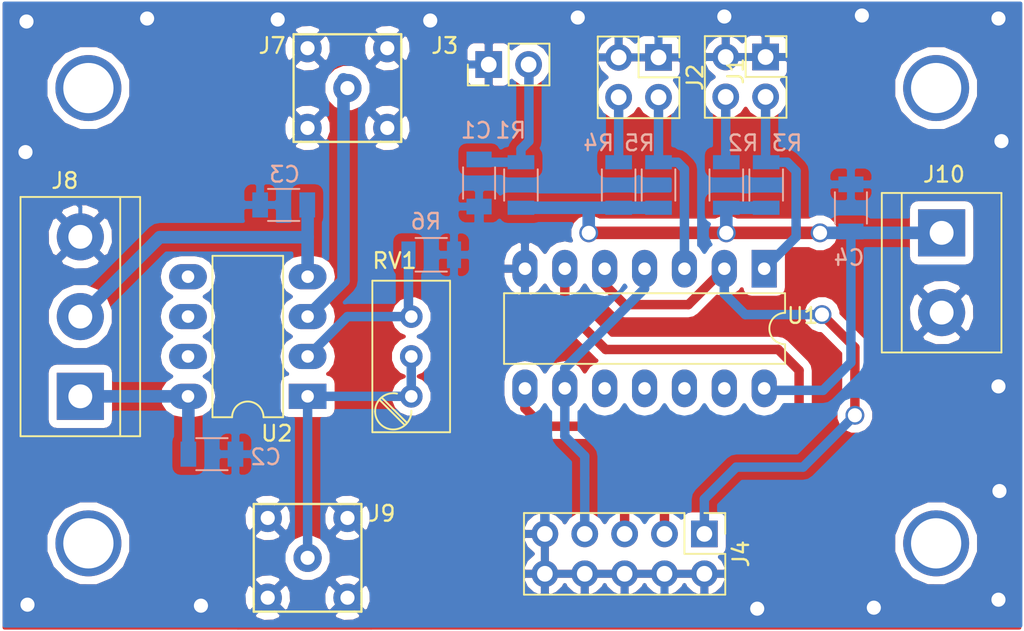
<source format=kicad_pcb>
(kicad_pcb (version 4) (host pcbnew 4.0.7)

  (general
    (links 57)
    (no_connects 1)
    (area 133.815 44.9255 204.085 89.2865)
    (thickness 1.6)
    (drawings 13)
    (tracks 162)
    (zones 0)
    (modules 21)
    (nets 17)
  )

  (page A4)
  (title_block
    (title "OPB821S and OP")
    (date 2018-03-27)
    (company LPNHE)
    (comment 1 CHAMP)
  )

  (layers
    (0 F.Cu signal hide)
    (31 B.Cu signal)
    (32 B.Adhes user)
    (33 F.Adhes user)
    (34 B.Paste user)
    (35 F.Paste user)
    (36 B.SilkS user)
    (37 F.SilkS user)
    (38 B.Mask user)
    (39 F.Mask user)
    (40 Dwgs.User user)
    (41 Cmts.User user)
    (42 Eco1.User user)
    (43 Eco2.User user)
    (44 Edge.Cuts user)
    (45 Margin user)
    (46 B.CrtYd user)
    (47 F.CrtYd user)
    (48 B.Fab user)
    (49 F.Fab user)
  )

  (setup
    (last_trace_width 0.8)
    (user_trace_width 0.25)
    (user_trace_width 0.5)
    (user_trace_width 0.6)
    (user_trace_width 0.8)
    (trace_clearance 0.21)
    (zone_clearance 0.508)
    (zone_45_only yes)
    (trace_min 0.2)
    (segment_width 0.2)
    (edge_width 0.15)
    (via_size 0.6)
    (via_drill 0.4)
    (via_min_size 0.4)
    (via_min_drill 0.3)
    (user_via 1.2 0.9)
    (user_via 4.2 3.2)
    (uvia_size 0.3)
    (uvia_drill 0.1)
    (uvias_allowed no)
    (uvia_min_size 0.2)
    (uvia_min_drill 0.1)
    (pcb_text_width 0.3)
    (pcb_text_size 1.5 1.5)
    (mod_edge_width 0.15)
    (mod_text_size 1 1)
    (mod_text_width 0.15)
    (pad_size 2.4 1.6)
    (pad_drill 0.8)
    (pad_to_mask_clearance 0.2)
    (aux_axis_origin 0 0)
    (visible_elements 7FFFFFFF)
    (pcbplotparams
      (layerselection 0x10040_80000000)
      (usegerberextensions false)
      (excludeedgelayer false)
      (linewidth 0.100000)
      (plotframeref false)
      (viasonmask false)
      (mode 1)
      (useauxorigin false)
      (hpglpennumber 1)
      (hpglpenspeed 20)
      (hpglpendiameter 15)
      (hpglpenoverlay 2)
      (psnegative false)
      (psa4output false)
      (plotreference true)
      (plotvalue true)
      (plotinvisibletext true)
      (padsonsilk true)
      (subtractmaskfromsilk false)
      (outputformat 4)
      (mirror false)
      (drillshape 0)
      (scaleselection 1)
      (outputdirectory Docs/RMP/))
  )

  (net 0 "")
  (net 1 GND)
  (net 2 "Net-(C1-Pad1)")
  (net 3 /Vp)
  (net 4 /Vm)
  (net 5 "Net-(J4-Pad1)")
  (net 6 "Net-(J9-Pad1)")
  (net 7 "Net-(J7-Pad1)")
  (net 8 "Net-(J1-Pad2)")
  (net 9 "Net-(J2-Pad2)")
  (net 10 "Net-(J4-Pad3)")
  (net 11 "Net-(R6-Pad1)")
  (net 12 "Net-(J1-Pad4)")
  (net 13 "Net-(J2-Pad4)")
  (net 14 "Net-(J4-Pad5)")
  (net 15 "Net-(J4-Pad7)")
  (net 16 VCC)

  (net_class Default "Ceci est la Netclass par défaut"
    (clearance 0.21)
    (trace_width 0.25)
    (via_dia 0.6)
    (via_drill 0.4)
    (uvia_dia 0.3)
    (uvia_drill 0.1)
    (add_net /Vm)
    (add_net /Vp)
    (add_net GND)
    (add_net "Net-(C1-Pad1)")
    (add_net "Net-(J1-Pad2)")
    (add_net "Net-(J1-Pad4)")
    (add_net "Net-(J2-Pad2)")
    (add_net "Net-(J2-Pad4)")
    (add_net "Net-(J4-Pad1)")
    (add_net "Net-(J4-Pad3)")
    (add_net "Net-(J4-Pad5)")
    (add_net "Net-(J4-Pad7)")
    (add_net "Net-(J7-Pad1)")
    (add_net "Net-(J9-Pad1)")
    (add_net "Net-(R6-Pad1)")
    (add_net VCC)
  )

  (module Housings_DIP:DIP-14_W7.62mm_LongPads (layer F.Cu) (tedit 5ABCAB8A) (tstamp 5ABA0F9F)
    (at 185.547 64.008 270)
    (descr "14-lead though-hole mounted DIP package, row spacing 7.62 mm (300 mils), LongPads")
    (tags "THT DIP DIL PDIP 2.54mm 7.62mm 300mil LongPads")
    (path /5AB11A9E)
    (fp_text reference U1 (at 2.992 -2.453 360) (layer F.SilkS)
      (effects (font (size 1 1) (thickness 0.15)))
    )
    (fp_text value 74HC14 (at 3.992 4.547 360) (layer F.Fab)
      (effects (font (size 1 1) (thickness 0.15)))
    )
    (fp_arc (start 3.81 -1.33) (end 2.81 -1.33) (angle -180) (layer F.SilkS) (width 0.12))
    (fp_line (start 1.635 -1.27) (end 6.985 -1.27) (layer F.Fab) (width 0.1))
    (fp_line (start 6.985 -1.27) (end 6.985 16.51) (layer F.Fab) (width 0.1))
    (fp_line (start 6.985 16.51) (end 0.635 16.51) (layer F.Fab) (width 0.1))
    (fp_line (start 0.635 16.51) (end 0.635 -0.27) (layer F.Fab) (width 0.1))
    (fp_line (start 0.635 -0.27) (end 1.635 -1.27) (layer F.Fab) (width 0.1))
    (fp_line (start 2.81 -1.33) (end 1.56 -1.33) (layer F.SilkS) (width 0.12))
    (fp_line (start 1.56 -1.33) (end 1.56 16.57) (layer F.SilkS) (width 0.12))
    (fp_line (start 1.56 16.57) (end 6.06 16.57) (layer F.SilkS) (width 0.12))
    (fp_line (start 6.06 16.57) (end 6.06 -1.33) (layer F.SilkS) (width 0.12))
    (fp_line (start 6.06 -1.33) (end 4.81 -1.33) (layer F.SilkS) (width 0.12))
    (fp_line (start -1.45 -1.55) (end -1.45 16.8) (layer F.CrtYd) (width 0.05))
    (fp_line (start -1.45 16.8) (end 9.1 16.8) (layer F.CrtYd) (width 0.05))
    (fp_line (start 9.1 16.8) (end 9.1 -1.55) (layer F.CrtYd) (width 0.05))
    (fp_line (start 9.1 -1.55) (end -1.45 -1.55) (layer F.CrtYd) (width 0.05))
    (fp_text user %R (at 2.992 -2.453 360) (layer F.Fab)
      (effects (font (size 1 1) (thickness 0.15)))
    )
    (pad 1 thru_hole rect (at 0 0 270) (size 2.4 1.6) (drill 0.8) (layers *.Cu *.Mask)
      (net 8 "Net-(J1-Pad2)"))
    (pad 8 thru_hole oval (at 7.62 15.24 270) (size 2.4 1.6) (drill 0.8) (layers *.Cu *.Mask)
      (net 14 "Net-(J4-Pad5)"))
    (pad 2 thru_hole oval (at 0 2.54 270) (size 2.4 1.6) (drill 0.8) (layers *.Cu *.Mask)
      (net 5 "Net-(J4-Pad1)"))
    (pad 9 thru_hole oval (at 7.62 12.7 270) (size 2.4 1.6) (drill 0.8) (layers *.Cu *.Mask)
      (net 15 "Net-(J4-Pad7)"))
    (pad 3 thru_hole oval (at 0 5.08 270) (size 2.4 1.6) (drill 0.8) (layers *.Cu *.Mask)
      (net 9 "Net-(J2-Pad2)"))
    (pad 10 thru_hole oval (at 7.62 10.16 270) (size 2.4 1.6) (drill 0.8) (layers *.Cu *.Mask))
    (pad 4 thru_hole oval (at 0 7.62 270) (size 2.4 1.6) (drill 0.8) (layers *.Cu *.Mask)
      (net 15 "Net-(J4-Pad7)"))
    (pad 11 thru_hole oval (at 7.62 7.62 270) (size 2.4 1.6) (drill 0.8) (layers *.Cu *.Mask))
    (pad 5 thru_hole oval (at 0 10.16 270) (size 2.4 1.6) (drill 0.8) (layers *.Cu *.Mask)
      (net 5 "Net-(J4-Pad1)"))
    (pad 12 thru_hole oval (at 7.62 5.08 270) (size 2.4 1.6) (drill 0.8) (layers *.Cu *.Mask))
    (pad 6 thru_hole oval (at 0 12.7 270) (size 2.4 1.6) (drill 0.8) (layers *.Cu *.Mask)
      (net 10 "Net-(J4-Pad3)"))
    (pad 13 thru_hole oval (at 7.62 2.54 270) (size 2.4 1.6) (drill 0.8) (layers *.Cu *.Mask))
    (pad 7 thru_hole oval (at 0 15.24 270) (size 2.4 1.6) (drill 0.8) (layers *.Cu *.Mask)
      (net 1 GND))
    (pad 14 thru_hole oval (at 7.62 0 270) (size 2.4 1.6) (drill 0.8) (layers *.Cu *.Mask)
      (net 16 VCC))
    (model ${KISYS3DMOD}/Housings_DIP.3dshapes/DIP-14_W7.62mm.wrl
      (at (xyz 0 0 0))
      (scale (xyz 1 1 1))
      (rotate (xyz 0 0 0))
    )
  )

  (module Potentiometers:Potentiometer_Trimmer_Bourns_3296W (layer F.Cu) (tedit 5ABCAC65) (tstamp 5ABA0F8D)
    (at 163.068 72.136 270)
    (descr "Spindle Trimmer Potentiometer, Bourns 3296W, https://www.bourns.com/pdfs/3296.pdf")
    (tags "Spindle Trimmer Potentiometer   Bourns 3296W")
    (path /5AB93280)
    (fp_text reference RV1 (at -8.636 1.068 540) (layer F.SilkS)
      (effects (font (size 1 1) (thickness 0.15)))
    )
    (fp_text value "10k - 50k" (at 3.864 0.068 360) (layer F.Fab)
      (effects (font (size 1 1) (thickness 0.15)))
    )
    (fp_arc (start 0.955 1.15) (end 0.955 2.305) (angle -182) (layer F.SilkS) (width 0.12))
    (fp_arc (start 0.955 1.15) (end -0.174 0.91) (angle -103) (layer F.SilkS) (width 0.12))
    (fp_circle (center 0.955 1.15) (end 2.05 1.15) (layer F.Fab) (width 0.1))
    (fp_line (start -7.305 -2.41) (end -7.305 2.42) (layer F.Fab) (width 0.1))
    (fp_line (start -7.305 2.42) (end 2.225 2.42) (layer F.Fab) (width 0.1))
    (fp_line (start 2.225 2.42) (end 2.225 -2.41) (layer F.Fab) (width 0.1))
    (fp_line (start 2.225 -2.41) (end -7.305 -2.41) (layer F.Fab) (width 0.1))
    (fp_line (start 1.786 0.454) (end 0.259 1.981) (layer F.Fab) (width 0.1))
    (fp_line (start 1.652 0.32) (end 0.125 1.847) (layer F.Fab) (width 0.1))
    (fp_line (start -7.365 -2.47) (end 2.285 -2.47) (layer F.SilkS) (width 0.12))
    (fp_line (start -7.365 2.481) (end 2.285 2.481) (layer F.SilkS) (width 0.12))
    (fp_line (start -7.365 -2.47) (end -7.365 2.481) (layer F.SilkS) (width 0.12))
    (fp_line (start 2.285 -2.47) (end 2.285 2.481) (layer F.SilkS) (width 0.12))
    (fp_line (start 1.831 0.416) (end 0.22 2.026) (layer F.SilkS) (width 0.12))
    (fp_line (start 1.691 0.275) (end 0.079 1.885) (layer F.SilkS) (width 0.12))
    (fp_line (start -7.6 -2.7) (end -7.6 2.7) (layer F.CrtYd) (width 0.05))
    (fp_line (start -7.6 2.7) (end 2.5 2.7) (layer F.CrtYd) (width 0.05))
    (fp_line (start 2.5 2.7) (end 2.5 -2.7) (layer F.CrtYd) (width 0.05))
    (fp_line (start 2.5 -2.7) (end -7.6 -2.7) (layer F.CrtYd) (width 0.05))
    (pad 1 thru_hole circle (at 0 0 270) (size 1.44 1.44) (drill 0.8) (layers *.Cu *.Mask)
      (net 6 "Net-(J9-Pad1)"))
    (pad 2 thru_hole circle (at -2.54 0 270) (size 1.44 1.44) (drill 0.8) (layers *.Cu *.Mask)
      (net 6 "Net-(J9-Pad1)"))
    (pad 3 thru_hole circle (at -5.08 0 270) (size 1.44 1.44) (drill 0.8) (layers *.Cu *.Mask)
      (net 11 "Net-(R6-Pad1)"))
    (model Potentiometers.3dshapes/Potentiometer_Trimmer_Bourns_3296W.wrl
      (at (xyz 0 0 0))
      (scale (xyz 1 1 1))
      (rotate (xyz 0 0 -90))
    )
  )

  (module Housings_DIP:DIP-8_W7.62mm_LongPads (layer F.Cu) (tedit 5ABB5265) (tstamp 5ABA0FAB)
    (at 156.464 72.136 180)
    (descr "8-lead though-hole mounted DIP package, row spacing 7.62 mm (300 mils), LongPads")
    (tags "THT DIP DIL PDIP 2.54mm 7.62mm 300mil LongPads")
    (path /5AB9283B)
    (fp_text reference U2 (at 1.964 -2.364 180) (layer F.SilkS)
      (effects (font (size 1 1) (thickness 0.15)))
    )
    (fp_text value OP249 (at 4.664 5.936 270) (layer F.Fab)
      (effects (font (size 1 1) (thickness 0.15)))
    )
    (fp_arc (start 3.81 -1.33) (end 2.81 -1.33) (angle -180) (layer F.SilkS) (width 0.12))
    (fp_line (start 1.635 -1.27) (end 6.985 -1.27) (layer F.Fab) (width 0.1))
    (fp_line (start 6.985 -1.27) (end 6.985 8.89) (layer F.Fab) (width 0.1))
    (fp_line (start 6.985 8.89) (end 0.635 8.89) (layer F.Fab) (width 0.1))
    (fp_line (start 0.635 8.89) (end 0.635 -0.27) (layer F.Fab) (width 0.1))
    (fp_line (start 0.635 -0.27) (end 1.635 -1.27) (layer F.Fab) (width 0.1))
    (fp_line (start 2.81 -1.33) (end 1.56 -1.33) (layer F.SilkS) (width 0.12))
    (fp_line (start 1.56 -1.33) (end 1.56 8.95) (layer F.SilkS) (width 0.12))
    (fp_line (start 1.56 8.95) (end 6.06 8.95) (layer F.SilkS) (width 0.12))
    (fp_line (start 6.06 8.95) (end 6.06 -1.33) (layer F.SilkS) (width 0.12))
    (fp_line (start 6.06 -1.33) (end 4.81 -1.33) (layer F.SilkS) (width 0.12))
    (fp_line (start -1.45 -1.55) (end -1.45 9.15) (layer F.CrtYd) (width 0.05))
    (fp_line (start -1.45 9.15) (end 9.1 9.15) (layer F.CrtYd) (width 0.05))
    (fp_line (start 9.1 9.15) (end 9.1 -1.55) (layer F.CrtYd) (width 0.05))
    (fp_line (start 9.1 -1.55) (end -1.45 -1.55) (layer F.CrtYd) (width 0.05))
    (fp_text user %R (at 1.964 -2.364 180) (layer F.Fab)
      (effects (font (size 1 1) (thickness 0.15)))
    )
    (pad 1 thru_hole rect (at 0 0 180) (size 2.4 1.6) (drill 0.8) (layers *.Cu *.Mask)
      (net 6 "Net-(J9-Pad1)"))
    (pad 5 thru_hole oval (at 7.62 7.62 180) (size 2.4 1.6) (drill 0.8) (layers *.Cu *.Mask))
    (pad 2 thru_hole oval (at 0 2.54 180) (size 2.4 1.6) (drill 0.8) (layers *.Cu *.Mask)
      (net 11 "Net-(R6-Pad1)"))
    (pad 6 thru_hole oval (at 7.62 5.08 180) (size 2.4 1.6) (drill 0.8) (layers *.Cu *.Mask))
    (pad 3 thru_hole oval (at 0 5.08 180) (size 2.4 1.6) (drill 0.8) (layers *.Cu *.Mask)
      (net 7 "Net-(J7-Pad1)"))
    (pad 7 thru_hole oval (at 7.62 2.54 180) (size 2.4 1.6) (drill 0.8) (layers *.Cu *.Mask))
    (pad 4 thru_hole oval (at 0 7.62 180) (size 2.4 1.6) (drill 0.8) (layers *.Cu *.Mask)
      (net 4 /Vm))
    (pad 8 thru_hole oval (at 7.62 0 180) (size 2.4 1.6) (drill 0.8) (layers *.Cu *.Mask)
      (net 3 /Vp))
    (model ${KISYS3DMOD}/Housings_DIP.3dshapes/DIP-8_W7.62mm.wrl
      (at (xyz 0 0 0))
      (scale (xyz 1 1 1))
      (rotate (xyz 0 0 0))
    )
  )

  (module Connectors_Terminal_Blocks:TerminalBlock_bornier-3_P5.08mm (layer F.Cu) (tedit 5ABA5BCE) (tstamp 5ABA0F77)
    (at 141.986 72.136 90)
    (descr "simple 3-pin terminal block, pitch 5.08mm, revamped version of bornier3")
    (tags "terminal block bornier3")
    (path /5AB9B63B)
    (fp_text reference J8 (at 13.736 -0.986 180) (layer F.SilkS)
      (effects (font (size 1 1) (thickness 0.15)))
    )
    (fp_text value Screw_Terminal_01x03 (at 4.936 -7.186 90) (layer F.Fab)
      (effects (font (size 1 1) (thickness 0.15)))
    )
    (fp_text user %R (at 13.736 -0.986 180) (layer F.Fab)
      (effects (font (size 1 1) (thickness 0.15)))
    )
    (fp_line (start -2.47 2.55) (end 12.63 2.55) (layer F.Fab) (width 0.1))
    (fp_line (start -2.47 -3.75) (end 12.63 -3.75) (layer F.Fab) (width 0.1))
    (fp_line (start 12.63 -3.75) (end 12.63 3.75) (layer F.Fab) (width 0.1))
    (fp_line (start 12.63 3.75) (end -2.47 3.75) (layer F.Fab) (width 0.1))
    (fp_line (start -2.47 3.75) (end -2.47 -3.75) (layer F.Fab) (width 0.1))
    (fp_line (start -2.54 3.81) (end -2.54 -3.81) (layer F.SilkS) (width 0.12))
    (fp_line (start 12.7 3.81) (end 12.7 -3.81) (layer F.SilkS) (width 0.12))
    (fp_line (start -2.54 2.54) (end 12.7 2.54) (layer F.SilkS) (width 0.12))
    (fp_line (start -2.54 -3.81) (end 12.7 -3.81) (layer F.SilkS) (width 0.12))
    (fp_line (start -2.54 3.81) (end 12.7 3.81) (layer F.SilkS) (width 0.12))
    (fp_line (start -2.72 -4) (end 12.88 -4) (layer F.CrtYd) (width 0.05))
    (fp_line (start -2.72 -4) (end -2.72 4) (layer F.CrtYd) (width 0.05))
    (fp_line (start 12.88 4) (end 12.88 -4) (layer F.CrtYd) (width 0.05))
    (fp_line (start 12.88 4) (end -2.72 4) (layer F.CrtYd) (width 0.05))
    (pad 1 thru_hole rect (at 0 0 90) (size 3 3) (drill 1.52) (layers *.Cu *.Mask)
      (net 3 /Vp))
    (pad 2 thru_hole circle (at 5.08 0 90) (size 3 3) (drill 1.52) (layers *.Cu *.Mask)
      (net 4 /Vm))
    (pad 3 thru_hole circle (at 10.16 0 90) (size 3 3) (drill 1.52) (layers *.Cu *.Mask)
      (net 1 GND))
    (model ${KISYS3DMOD}/Terminal_Blocks.3dshapes/TerminalBlock_bornier-3_P5.08mm.wrl
      (at (xyz 0.2 0 0))
      (scale (xyz 1 1 1))
      (rotate (xyz 0 0 0))
    )
  )

  (module Capacitors_SMD:C_1206 (layer B.Cu) (tedit 5ABB5140) (tstamp 5ABA0F2E)
    (at 167.386 58.547 270)
    (descr "Capacitor SMD 1206, reflow soldering, AVX (see smccp.pdf)")
    (tags "capacitor 1206")
    (path /5AB91CFF)
    (attr smd)
    (fp_text reference C1 (at -3.347 0.186 540) (layer B.SilkS)
      (effects (font (size 1 1) (thickness 0.15)) (justify mirror))
    )
    (fp_text value 100nF (at 0.453 1.886 270) (layer B.Fab)
      (effects (font (size 1 1) (thickness 0.15)) (justify mirror))
    )
    (fp_text user %R (at -3.347 0.186 360) (layer B.Fab)
      (effects (font (size 1 1) (thickness 0.15)) (justify mirror))
    )
    (fp_line (start -1.6 -0.8) (end -1.6 0.8) (layer B.Fab) (width 0.1))
    (fp_line (start 1.6 -0.8) (end -1.6 -0.8) (layer B.Fab) (width 0.1))
    (fp_line (start 1.6 0.8) (end 1.6 -0.8) (layer B.Fab) (width 0.1))
    (fp_line (start -1.6 0.8) (end 1.6 0.8) (layer B.Fab) (width 0.1))
    (fp_line (start 1 1.02) (end -1 1.02) (layer B.SilkS) (width 0.12))
    (fp_line (start -1 -1.02) (end 1 -1.02) (layer B.SilkS) (width 0.12))
    (fp_line (start -2.25 1.05) (end 2.25 1.05) (layer B.CrtYd) (width 0.05))
    (fp_line (start -2.25 1.05) (end -2.25 -1.05) (layer B.CrtYd) (width 0.05))
    (fp_line (start 2.25 -1.05) (end 2.25 1.05) (layer B.CrtYd) (width 0.05))
    (fp_line (start 2.25 -1.05) (end -2.25 -1.05) (layer B.CrtYd) (width 0.05))
    (pad 1 smd rect (at -1.5 0 270) (size 1 1.6) (layers B.Cu B.Paste B.Mask)
      (net 2 "Net-(C1-Pad1)"))
    (pad 2 smd rect (at 1.5 0 270) (size 1 1.6) (layers B.Cu B.Paste B.Mask)
      (net 1 GND))
    (model Capacitors_SMD.3dshapes/C_1206.wrl
      (at (xyz 0 0 0))
      (scale (xyz 1 1 1))
      (rotate (xyz 0 0 0))
    )
  )

  (module Capacitors_SMD:C_1206 (layer B.Cu) (tedit 5AE99E3A) (tstamp 5ABA0F34)
    (at 150.368 75.819)
    (descr "Capacitor SMD 1206, reflow soldering, AVX (see smccp.pdf)")
    (tags "capacitor 1206")
    (path /5AB94F19)
    (attr smd)
    (fp_text reference C2 (at 3.432 0.181) (layer B.SilkS)
      (effects (font (size 1 1) (thickness 0.15)) (justify mirror))
    )
    (fp_text value 100nF (at -0.368 1.681) (layer B.Fab)
      (effects (font (size 1 1) (thickness 0.15)) (justify mirror))
    )
    (fp_text user %R (at 3.429 0.127) (layer B.Fab)
      (effects (font (size 1 1) (thickness 0.15)) (justify mirror))
    )
    (fp_line (start -1.6 -0.8) (end -1.6 0.8) (layer B.Fab) (width 0.1))
    (fp_line (start 1.6 -0.8) (end -1.6 -0.8) (layer B.Fab) (width 0.1))
    (fp_line (start 1.6 0.8) (end 1.6 -0.8) (layer B.Fab) (width 0.1))
    (fp_line (start -1.6 0.8) (end 1.6 0.8) (layer B.Fab) (width 0.1))
    (fp_line (start 1 1.02) (end -1 1.02) (layer B.SilkS) (width 0.12))
    (fp_line (start -1 -1.02) (end 1 -1.02) (layer B.SilkS) (width 0.12))
    (fp_line (start -2.25 1.05) (end 2.25 1.05) (layer B.CrtYd) (width 0.05))
    (fp_line (start -2.25 1.05) (end -2.25 -1.05) (layer B.CrtYd) (width 0.05))
    (fp_line (start 2.25 -1.05) (end 2.25 1.05) (layer B.CrtYd) (width 0.05))
    (fp_line (start 2.25 -1.05) (end -2.25 -1.05) (layer B.CrtYd) (width 0.05))
    (pad 1 smd rect (at -1.5 0) (size 1 1.6) (layers B.Cu B.Paste B.Mask)
      (net 3 /Vp))
    (pad 2 smd rect (at 1.5 0) (size 1 1.6) (layers B.Cu B.Paste B.Mask)
      (net 1 GND))
    (model Capacitors_SMD.3dshapes/C_1206.wrl
      (at (xyz 0 0 0))
      (scale (xyz 1 1 1))
      (rotate (xyz 0 0 0))
    )
  )

  (module Capacitors_SMD:C_1206 (layer B.Cu) (tedit 5ABB51F7) (tstamp 5ABA0F3A)
    (at 154.94 59.944 180)
    (descr "Capacitor SMD 1206, reflow soldering, AVX (see smccp.pdf)")
    (tags "capacitor 1206")
    (path /5AB94F99)
    (attr smd)
    (fp_text reference C3 (at -0.06 1.944 360) (layer B.SilkS)
      (effects (font (size 1 1) (thickness 0.15)) (justify mirror))
    )
    (fp_text value 100nF (at -0.06 -1.556 180) (layer B.Fab)
      (effects (font (size 1 1) (thickness 0.15)) (justify mirror))
    )
    (fp_text user %R (at -0.06 1.944 360) (layer B.Fab)
      (effects (font (size 1 1) (thickness 0.15)) (justify mirror))
    )
    (fp_line (start -1.6 -0.8) (end -1.6 0.8) (layer B.Fab) (width 0.1))
    (fp_line (start 1.6 -0.8) (end -1.6 -0.8) (layer B.Fab) (width 0.1))
    (fp_line (start 1.6 0.8) (end 1.6 -0.8) (layer B.Fab) (width 0.1))
    (fp_line (start -1.6 0.8) (end 1.6 0.8) (layer B.Fab) (width 0.1))
    (fp_line (start 1 1.02) (end -1 1.02) (layer B.SilkS) (width 0.12))
    (fp_line (start -1 -1.02) (end 1 -1.02) (layer B.SilkS) (width 0.12))
    (fp_line (start -2.25 1.05) (end 2.25 1.05) (layer B.CrtYd) (width 0.05))
    (fp_line (start -2.25 1.05) (end -2.25 -1.05) (layer B.CrtYd) (width 0.05))
    (fp_line (start 2.25 -1.05) (end 2.25 1.05) (layer B.CrtYd) (width 0.05))
    (fp_line (start 2.25 -1.05) (end -2.25 -1.05) (layer B.CrtYd) (width 0.05))
    (pad 1 smd rect (at -1.5 0 180) (size 1 1.6) (layers B.Cu B.Paste B.Mask)
      (net 4 /Vm))
    (pad 2 smd rect (at 1.5 0 180) (size 1 1.6) (layers B.Cu B.Paste B.Mask)
      (net 1 GND))
    (model Capacitors_SMD.3dshapes/C_1206.wrl
      (at (xyz 0 0 0))
      (scale (xyz 1 1 1))
      (rotate (xyz 0 0 0))
    )
  )

  (module Capacitors_SMD:C_1206 (layer B.Cu) (tedit 5AE99E74) (tstamp 5ABA0F40)
    (at 191.0715 60.1345 90)
    (descr "Capacitor SMD 1206, reflow soldering, AVX (see smccp.pdf)")
    (tags "capacitor 1206")
    (path /5AB979FE)
    (attr smd)
    (fp_text reference C4 (at -3.173 -0.119 180) (layer B.SilkS)
      (effects (font (size 1 1) (thickness 0.15)) (justify mirror))
    )
    (fp_text value 100nF (at 3.175 0.1905 180) (layer B.Fab)
      (effects (font (size 1 1) (thickness 0.15)) (justify mirror))
    )
    (fp_text user %R (at -3.173 -0.119 180) (layer B.Fab)
      (effects (font (size 1 1) (thickness 0.15)) (justify mirror))
    )
    (fp_line (start -1.6 -0.8) (end -1.6 0.8) (layer B.Fab) (width 0.1))
    (fp_line (start 1.6 -0.8) (end -1.6 -0.8) (layer B.Fab) (width 0.1))
    (fp_line (start 1.6 0.8) (end 1.6 -0.8) (layer B.Fab) (width 0.1))
    (fp_line (start -1.6 0.8) (end 1.6 0.8) (layer B.Fab) (width 0.1))
    (fp_line (start 1 1.02) (end -1 1.02) (layer B.SilkS) (width 0.12))
    (fp_line (start -1 -1.02) (end 1 -1.02) (layer B.SilkS) (width 0.12))
    (fp_line (start -2.25 1.05) (end 2.25 1.05) (layer B.CrtYd) (width 0.05))
    (fp_line (start -2.25 1.05) (end -2.25 -1.05) (layer B.CrtYd) (width 0.05))
    (fp_line (start 2.25 -1.05) (end 2.25 1.05) (layer B.CrtYd) (width 0.05))
    (fp_line (start 2.25 -1.05) (end -2.25 -1.05) (layer B.CrtYd) (width 0.05))
    (pad 1 smd rect (at -1.5 0 90) (size 1 1.6) (layers B.Cu B.Paste B.Mask)
      (net 16 VCC))
    (pad 2 smd rect (at 1.5 0 90) (size 1 1.6) (layers B.Cu B.Paste B.Mask)
      (net 1 GND))
    (model Capacitors_SMD.3dshapes/C_1206.wrl
      (at (xyz 0 0 0))
      (scale (xyz 1 1 1))
      (rotate (xyz 0 0 0))
    )
  )

  (module Connectors_Terminal_Blocks:TerminalBlock_bornier-2_P5.08mm (layer F.Cu) (tedit 5ABA5A12) (tstamp 5ABA1366)
    (at 196.85 61.722 270)
    (descr "simple 2-pin terminal block, pitch 5.08mm, revamped version of bornier2")
    (tags "terminal block bornier2")
    (path /5ABA8CEF)
    (fp_text reference J10 (at -3.722 -0.15 360) (layer F.SilkS)
      (effects (font (size 1 1) (thickness 0.15)))
    )
    (fp_text value Screw_Terminal_01x02 (at 2.278 -6.15 270) (layer F.Fab)
      (effects (font (size 1 1) (thickness 0.15)))
    )
    (fp_text user %R (at -3.722 -0.15 360) (layer F.Fab)
      (effects (font (size 1 1) (thickness 0.15)))
    )
    (fp_line (start -2.41 2.55) (end 7.49 2.55) (layer F.Fab) (width 0.1))
    (fp_line (start -2.46 -3.75) (end -2.46 3.75) (layer F.Fab) (width 0.1))
    (fp_line (start -2.46 3.75) (end 7.54 3.75) (layer F.Fab) (width 0.1))
    (fp_line (start 7.54 3.75) (end 7.54 -3.75) (layer F.Fab) (width 0.1))
    (fp_line (start 7.54 -3.75) (end -2.46 -3.75) (layer F.Fab) (width 0.1))
    (fp_line (start 7.62 2.54) (end -2.54 2.54) (layer F.SilkS) (width 0.12))
    (fp_line (start 7.62 3.81) (end 7.62 -3.81) (layer F.SilkS) (width 0.12))
    (fp_line (start 7.62 -3.81) (end -2.54 -3.81) (layer F.SilkS) (width 0.12))
    (fp_line (start -2.54 -3.81) (end -2.54 3.81) (layer F.SilkS) (width 0.12))
    (fp_line (start -2.54 3.81) (end 7.62 3.81) (layer F.SilkS) (width 0.12))
    (fp_line (start -2.71 -4) (end 7.79 -4) (layer F.CrtYd) (width 0.05))
    (fp_line (start -2.71 -4) (end -2.71 4) (layer F.CrtYd) (width 0.05))
    (fp_line (start 7.79 4) (end 7.79 -4) (layer F.CrtYd) (width 0.05))
    (fp_line (start 7.79 4) (end -2.71 4) (layer F.CrtYd) (width 0.05))
    (pad 1 thru_hole rect (at 0 0 270) (size 3 3) (drill 1.52) (layers *.Cu *.Mask)
      (net 16 VCC))
    (pad 2 thru_hole circle (at 5.08 0 270) (size 3 3) (drill 1.52) (layers *.Cu *.Mask)
      (net 1 GND))
    (model ${KISYS3DMOD}/Terminal_Blocks.3dshapes/TerminalBlock_bornier-2_P5.08mm.wrl
      (at (xyz 0.1 0 0))
      (scale (xyz 1 1 1))
      (rotate (xyz 0 0 0))
    )
  )

  (module LEMO-footprint:LEMO_footprint (layer F.Cu) (tedit 5ABA5B17) (tstamp 5ABA1BFC)
    (at 159 52.5)
    (path /5ABA9D1D)
    (fp_text reference J7 (at -4.8 -2.7 180) (layer F.SilkS)
      (effects (font (size 1 1) (thickness 0.15)))
    )
    (fp_text value LEMO5 (at 0 -6.5) (layer F.Fab)
      (effects (font (size 1 1) (thickness 0.15)))
    )
    (fp_line (start 3.429 3.429) (end 3.429 -3.429) (layer F.SilkS) (width 0.15))
    (fp_line (start 3.429 -3.429) (end -3.429 -3.429) (layer F.SilkS) (width 0.15))
    (fp_line (start -3.429 -3.429) (end -3.429 3.429) (layer F.SilkS) (width 0.15))
    (fp_line (start -3.429 3.429) (end 3.429 3.429) (layer F.SilkS) (width 0.15))
    (pad 2 thru_hole circle (at -2.54 -2.54) (size 1.8 1.8) (drill 0.9) (layers *.Cu *.Mask)
      (net 1 GND))
    (pad 1 thru_hole circle (at 0 0) (size 1.8 1.8) (drill 0.9) (layers *.Cu *.Mask)
      (net 7 "Net-(J7-Pad1)"))
    (pad 4 thru_hole circle (at 2.54 2.54) (size 1.8 1.8) (drill 0.9) (layers *.Cu *.Mask)
      (net 1 GND))
    (pad 5 thru_hole circle (at -2.54 2.54) (size 1.8 1.8) (drill 0.9) (layers *.Cu *.Mask)
      (net 1 GND))
    (pad 3 thru_hole circle (at 2.54 -2.54) (size 1.8 1.8) (drill 0.9) (layers *.Cu *.Mask)
      (net 1 GND))
  )

  (module LEMO-footprint:LEMO_footprint (layer F.Cu) (tedit 5ABA5B40) (tstamp 5ABA1C09)
    (at 156.464 82.423)
    (path /5ABA9E33)
    (fp_text reference J9 (at 4.736 -2.823) (layer F.SilkS)
      (effects (font (size 1 1) (thickness 0.15)))
    )
    (fp_text value LEMO5 (at 0.136 5.577) (layer F.Fab)
      (effects (font (size 1 1) (thickness 0.15)))
    )
    (fp_line (start 3.429 3.429) (end 3.429 -3.429) (layer F.SilkS) (width 0.15))
    (fp_line (start 3.429 -3.429) (end -3.429 -3.429) (layer F.SilkS) (width 0.15))
    (fp_line (start -3.429 -3.429) (end -3.429 3.429) (layer F.SilkS) (width 0.15))
    (fp_line (start -3.429 3.429) (end 3.429 3.429) (layer F.SilkS) (width 0.15))
    (pad 2 thru_hole circle (at -2.54 -2.54) (size 1.8 1.8) (drill 0.9) (layers *.Cu *.Mask)
      (net 1 GND))
    (pad 1 thru_hole circle (at 0 0) (size 1.8 1.8) (drill 0.9) (layers *.Cu *.Mask)
      (net 6 "Net-(J9-Pad1)"))
    (pad 4 thru_hole circle (at 2.54 2.54) (size 1.8 1.8) (drill 0.9) (layers *.Cu *.Mask)
      (net 1 GND))
    (pad 5 thru_hole circle (at -2.54 2.54) (size 1.8 1.8) (drill 0.9) (layers *.Cu *.Mask)
      (net 1 GND))
    (pad 3 thru_hole circle (at 2.54 -2.54) (size 1.8 1.8) (drill 0.9) (layers *.Cu *.Mask)
      (net 1 GND))
  )

  (module Pin_Headers:Pin_Header_Straight_1x02_Pitch2.54mm (layer F.Cu) (tedit 5ABA5BC1) (tstamp 5ABA46DF)
    (at 168 51 90)
    (descr "Through hole straight pin header, 1x02, 2.54mm pitch, single row")
    (tags "Through hole pin header THT 1x02 2.54mm single row")
    (path /5AB91AF8)
    (fp_text reference J3 (at 1.2 -2.8 180) (layer F.SilkS)
      (effects (font (size 1 1) (thickness 0.15)))
    )
    (fp_text value Conn_01x02 (at 5 0 180) (layer F.Fab)
      (effects (font (size 1 1) (thickness 0.15)))
    )
    (fp_line (start -0.635 -1.27) (end 1.27 -1.27) (layer F.Fab) (width 0.1))
    (fp_line (start 1.27 -1.27) (end 1.27 3.81) (layer F.Fab) (width 0.1))
    (fp_line (start 1.27 3.81) (end -1.27 3.81) (layer F.Fab) (width 0.1))
    (fp_line (start -1.27 3.81) (end -1.27 -0.635) (layer F.Fab) (width 0.1))
    (fp_line (start -1.27 -0.635) (end -0.635 -1.27) (layer F.Fab) (width 0.1))
    (fp_line (start -1.33 3.87) (end 1.33 3.87) (layer F.SilkS) (width 0.12))
    (fp_line (start -1.33 1.27) (end -1.33 3.87) (layer F.SilkS) (width 0.12))
    (fp_line (start 1.33 1.27) (end 1.33 3.87) (layer F.SilkS) (width 0.12))
    (fp_line (start -1.33 1.27) (end 1.33 1.27) (layer F.SilkS) (width 0.12))
    (fp_line (start -1.33 0) (end -1.33 -1.33) (layer F.SilkS) (width 0.12))
    (fp_line (start -1.33 -1.33) (end 0 -1.33) (layer F.SilkS) (width 0.12))
    (fp_line (start -1.8 -1.8) (end -1.8 4.35) (layer F.CrtYd) (width 0.05))
    (fp_line (start -1.8 4.35) (end 1.8 4.35) (layer F.CrtYd) (width 0.05))
    (fp_line (start 1.8 4.35) (end 1.8 -1.8) (layer F.CrtYd) (width 0.05))
    (fp_line (start 1.8 -1.8) (end -1.8 -1.8) (layer F.CrtYd) (width 0.05))
    (fp_text user %R (at 1.2 -2.8 180) (layer F.Fab)
      (effects (font (size 1 1) (thickness 0.15)))
    )
    (pad 1 thru_hole rect (at 0 0 90) (size 1.7 1.7) (drill 1) (layers *.Cu *.Mask)
      (net 1 GND))
    (pad 2 thru_hole oval (at 0 2.54 90) (size 1.7 1.7) (drill 1) (layers *.Cu *.Mask)
      (net 2 "Net-(C1-Pad1)"))
    (model ${KISYS3DMOD}/Pin_Headers.3dshapes/Pin_Header_Straight_1x02_Pitch2.54mm.wrl
      (at (xyz 0 0 0))
      (scale (xyz 1 1 1))
      (rotate (xyz 0 0 0))
    )
  )

  (module Resistors_SMD:R_1206 (layer B.Cu) (tedit 5ABCAEAE) (tstamp 5ABA49B6)
    (at 183.134 58.674 90)
    (descr "Resistor SMD 1206, reflow soldering, Vishay (see dcrcw.pdf)")
    (tags "resistor 1206")
    (path /5AB1164E)
    (attr smd)
    (fp_text reference R2 (at 2.674 1.066 180) (layer B.SilkS)
      (effects (font (size 1 1) (thickness 0.15)) (justify mirror))
    )
    (fp_text value 10K (at 0.174 -1.634 90) (layer B.Fab)
      (effects (font (size 1 1) (thickness 0.15)) (justify mirror))
    )
    (fp_text user %R (at 0 0 90) (layer B.Fab)
      (effects (font (size 0.7 0.7) (thickness 0.105)) (justify mirror))
    )
    (fp_line (start -1.6 -0.8) (end -1.6 0.8) (layer B.Fab) (width 0.1))
    (fp_line (start 1.6 -0.8) (end -1.6 -0.8) (layer B.Fab) (width 0.1))
    (fp_line (start 1.6 0.8) (end 1.6 -0.8) (layer B.Fab) (width 0.1))
    (fp_line (start -1.6 0.8) (end 1.6 0.8) (layer B.Fab) (width 0.1))
    (fp_line (start 1 -1.07) (end -1 -1.07) (layer B.SilkS) (width 0.12))
    (fp_line (start -1 1.07) (end 1 1.07) (layer B.SilkS) (width 0.12))
    (fp_line (start -2.15 1.11) (end 2.15 1.11) (layer B.CrtYd) (width 0.05))
    (fp_line (start -2.15 1.11) (end -2.15 -1.1) (layer B.CrtYd) (width 0.05))
    (fp_line (start 2.15 -1.1) (end 2.15 1.11) (layer B.CrtYd) (width 0.05))
    (fp_line (start 2.15 -1.1) (end -2.15 -1.1) (layer B.CrtYd) (width 0.05))
    (pad 1 smd rect (at -1.45 0 90) (size 0.9 1.7) (layers B.Cu B.Paste B.Mask)
      (net 16 VCC))
    (pad 2 smd rect (at 1.45 0 90) (size 0.9 1.7) (layers B.Cu B.Paste B.Mask)
      (net 12 "Net-(J1-Pad4)"))
    (model ${KISYS3DMOD}/Resistors_SMD.3dshapes/R_1206.wrl
      (at (xyz 0 0 0))
      (scale (xyz 1 1 1))
      (rotate (xyz 0 0 0))
    )
  )

  (module Resistors_SMD:R_1206 (layer B.Cu) (tedit 5ABB5170) (tstamp 5ABA49BC)
    (at 185.674 58.674 90)
    (descr "Resistor SMD 1206, reflow soldering, Vishay (see dcrcw.pdf)")
    (tags "resistor 1206")
    (path /5AB11744)
    (attr smd)
    (fp_text reference R3 (at 2.674 1.326 180) (layer B.SilkS)
      (effects (font (size 1 1) (thickness 0.15)) (justify mirror))
    )
    (fp_text value 100 (at -2.826 0.326 180) (layer B.Fab)
      (effects (font (size 1 1) (thickness 0.15)) (justify mirror))
    )
    (fp_text user %R (at 0 0 90) (layer B.Fab)
      (effects (font (size 0.7 0.7) (thickness 0.105)) (justify mirror))
    )
    (fp_line (start -1.6 -0.8) (end -1.6 0.8) (layer B.Fab) (width 0.1))
    (fp_line (start 1.6 -0.8) (end -1.6 -0.8) (layer B.Fab) (width 0.1))
    (fp_line (start 1.6 0.8) (end 1.6 -0.8) (layer B.Fab) (width 0.1))
    (fp_line (start -1.6 0.8) (end 1.6 0.8) (layer B.Fab) (width 0.1))
    (fp_line (start 1 -1.07) (end -1 -1.07) (layer B.SilkS) (width 0.12))
    (fp_line (start -1 1.07) (end 1 1.07) (layer B.SilkS) (width 0.12))
    (fp_line (start -2.15 1.11) (end 2.15 1.11) (layer B.CrtYd) (width 0.05))
    (fp_line (start -2.15 1.11) (end -2.15 -1.1) (layer B.CrtYd) (width 0.05))
    (fp_line (start 2.15 -1.1) (end 2.15 1.11) (layer B.CrtYd) (width 0.05))
    (fp_line (start 2.15 -1.1) (end -2.15 -1.1) (layer B.CrtYd) (width 0.05))
    (pad 1 smd rect (at -1.45 0 90) (size 0.9 1.7) (layers B.Cu B.Paste B.Mask)
      (net 16 VCC))
    (pad 2 smd rect (at 1.45 0 90) (size 0.9 1.7) (layers B.Cu B.Paste B.Mask)
      (net 8 "Net-(J1-Pad2)"))
    (model ${KISYS3DMOD}/Resistors_SMD.3dshapes/R_1206.wrl
      (at (xyz 0 0 0))
      (scale (xyz 1 1 1))
      (rotate (xyz 0 0 0))
    )
  )

  (module Resistors_SMD:R_1206 (layer B.Cu) (tedit 5AE99E56) (tstamp 5ABA49C2)
    (at 176.276 58.674 90)
    (descr "Resistor SMD 1206, reflow soldering, Vishay (see dcrcw.pdf)")
    (tags "resistor 1206")
    (path /5AB11709)
    (attr smd)
    (fp_text reference R4 (at 2.674 -1.276 180) (layer B.SilkS)
      (effects (font (size 1 1) (thickness 0.15)) (justify mirror))
    )
    (fp_text value 10K (at 0.0635 -1.7145 270) (layer B.Fab)
      (effects (font (size 1 1) (thickness 0.15)) (justify mirror))
    )
    (fp_text user %R (at 0 0 90) (layer B.Fab)
      (effects (font (size 0.7 0.7) (thickness 0.105)) (justify mirror))
    )
    (fp_line (start -1.6 -0.8) (end -1.6 0.8) (layer B.Fab) (width 0.1))
    (fp_line (start 1.6 -0.8) (end -1.6 -0.8) (layer B.Fab) (width 0.1))
    (fp_line (start 1.6 0.8) (end 1.6 -0.8) (layer B.Fab) (width 0.1))
    (fp_line (start -1.6 0.8) (end 1.6 0.8) (layer B.Fab) (width 0.1))
    (fp_line (start 1 -1.07) (end -1 -1.07) (layer B.SilkS) (width 0.12))
    (fp_line (start -1 1.07) (end 1 1.07) (layer B.SilkS) (width 0.12))
    (fp_line (start -2.15 1.11) (end 2.15 1.11) (layer B.CrtYd) (width 0.05))
    (fp_line (start -2.15 1.11) (end -2.15 -1.1) (layer B.CrtYd) (width 0.05))
    (fp_line (start 2.15 -1.1) (end 2.15 1.11) (layer B.CrtYd) (width 0.05))
    (fp_line (start 2.15 -1.1) (end -2.15 -1.1) (layer B.CrtYd) (width 0.05))
    (pad 1 smd rect (at -1.45 0 90) (size 0.9 1.7) (layers B.Cu B.Paste B.Mask)
      (net 16 VCC))
    (pad 2 smd rect (at 1.45 0 90) (size 0.9 1.7) (layers B.Cu B.Paste B.Mask)
      (net 13 "Net-(J2-Pad4)"))
    (model ${KISYS3DMOD}/Resistors_SMD.3dshapes/R_1206.wrl
      (at (xyz 0 0 0))
      (scale (xyz 1 1 1))
      (rotate (xyz 0 0 0))
    )
  )

  (module Resistors_SMD:R_1206 (layer B.Cu) (tedit 5ABB515A) (tstamp 5ABA49C8)
    (at 178.816 58.674 90)
    (descr "Resistor SMD 1206, reflow soldering, Vishay (see dcrcw.pdf)")
    (tags "resistor 1206")
    (path /5AB11787)
    (attr smd)
    (fp_text reference R5 (at 2.674 -1.216 180) (layer B.SilkS)
      (effects (font (size 1 1) (thickness 0.15)) (justify mirror))
    )
    (fp_text value 100 (at -2.826 0.184 360) (layer B.Fab)
      (effects (font (size 1 1) (thickness 0.15)) (justify mirror))
    )
    (fp_text user %R (at 0 0 90) (layer B.Fab)
      (effects (font (size 0.7 0.7) (thickness 0.105)) (justify mirror))
    )
    (fp_line (start -1.6 -0.8) (end -1.6 0.8) (layer B.Fab) (width 0.1))
    (fp_line (start 1.6 -0.8) (end -1.6 -0.8) (layer B.Fab) (width 0.1))
    (fp_line (start 1.6 0.8) (end 1.6 -0.8) (layer B.Fab) (width 0.1))
    (fp_line (start -1.6 0.8) (end 1.6 0.8) (layer B.Fab) (width 0.1))
    (fp_line (start 1 -1.07) (end -1 -1.07) (layer B.SilkS) (width 0.12))
    (fp_line (start -1 1.07) (end 1 1.07) (layer B.SilkS) (width 0.12))
    (fp_line (start -2.15 1.11) (end 2.15 1.11) (layer B.CrtYd) (width 0.05))
    (fp_line (start -2.15 1.11) (end -2.15 -1.1) (layer B.CrtYd) (width 0.05))
    (fp_line (start 2.15 -1.1) (end 2.15 1.11) (layer B.CrtYd) (width 0.05))
    (fp_line (start 2.15 -1.1) (end -2.15 -1.1) (layer B.CrtYd) (width 0.05))
    (pad 1 smd rect (at -1.45 0 90) (size 0.9 1.7) (layers B.Cu B.Paste B.Mask)
      (net 16 VCC))
    (pad 2 smd rect (at 1.45 0 90) (size 0.9 1.7) (layers B.Cu B.Paste B.Mask)
      (net 9 "Net-(J2-Pad2)"))
    (model ${KISYS3DMOD}/Resistors_SMD.3dshapes/R_1206.wrl
      (at (xyz 0 0 0))
      (scale (xyz 1 1 1))
      (rotate (xyz 0 0 0))
    )
  )

  (module Resistors_SMD:R_1206 (layer B.Cu) (tedit 5ABB5191) (tstamp 5ABA49CE)
    (at 164.338 63.119)
    (descr "Resistor SMD 1206, reflow soldering, Vishay (see dcrcw.pdf)")
    (tags "resistor 1206")
    (path /5AB92C06)
    (attr smd)
    (fp_text reference R6 (at -0.338 -2.119 180) (layer B.SilkS)
      (effects (font (size 1 1) (thickness 0.15)) (justify mirror))
    )
    (fp_text value 10K (at -0.338 1.881) (layer B.Fab)
      (effects (font (size 1 1) (thickness 0.15)) (justify mirror))
    )
    (fp_text user %R (at -0.338 -0.119) (layer B.Fab)
      (effects (font (size 0.7 0.7) (thickness 0.105)) (justify mirror))
    )
    (fp_line (start -1.6 -0.8) (end -1.6 0.8) (layer B.Fab) (width 0.1))
    (fp_line (start 1.6 -0.8) (end -1.6 -0.8) (layer B.Fab) (width 0.1))
    (fp_line (start 1.6 0.8) (end 1.6 -0.8) (layer B.Fab) (width 0.1))
    (fp_line (start -1.6 0.8) (end 1.6 0.8) (layer B.Fab) (width 0.1))
    (fp_line (start 1 -1.07) (end -1 -1.07) (layer B.SilkS) (width 0.12))
    (fp_line (start -1 1.07) (end 1 1.07) (layer B.SilkS) (width 0.12))
    (fp_line (start -2.15 1.11) (end 2.15 1.11) (layer B.CrtYd) (width 0.05))
    (fp_line (start -2.15 1.11) (end -2.15 -1.1) (layer B.CrtYd) (width 0.05))
    (fp_line (start 2.15 -1.1) (end 2.15 1.11) (layer B.CrtYd) (width 0.05))
    (fp_line (start 2.15 -1.1) (end -2.15 -1.1) (layer B.CrtYd) (width 0.05))
    (pad 1 smd rect (at -1.45 0) (size 0.9 1.7) (layers B.Cu B.Paste B.Mask)
      (net 11 "Net-(R6-Pad1)"))
    (pad 2 smd rect (at 1.45 0) (size 0.9 1.7) (layers B.Cu B.Paste B.Mask)
      (net 1 GND))
    (model ${KISYS3DMOD}/Resistors_SMD.3dshapes/R_1206.wrl
      (at (xyz 0 0 0))
      (scale (xyz 1 1 1))
      (rotate (xyz 0 0 0))
    )
  )

  (module Resistors_SMD:R_1206 (layer B.Cu) (tedit 5AE99E54) (tstamp 5ABA525D)
    (at 170.053 58.674 270)
    (descr "Resistor SMD 1206, reflow soldering, Vishay (see dcrcw.pdf)")
    (tags "resistor 1206")
    (path /5AB98241)
    (attr smd)
    (fp_text reference R1 (at -3.474 0.653 540) (layer B.SilkS)
      (effects (font (size 1 1) (thickness 0.15)) (justify mirror))
    )
    (fp_text value 10K (at -0.0635 -1.7145 450) (layer B.Fab)
      (effects (font (size 1 1) (thickness 0.15)) (justify mirror))
    )
    (fp_text user %R (at 0 0 270) (layer B.Fab)
      (effects (font (size 0.7 0.7) (thickness 0.105)) (justify mirror))
    )
    (fp_line (start -1.6 -0.8) (end -1.6 0.8) (layer B.Fab) (width 0.1))
    (fp_line (start 1.6 -0.8) (end -1.6 -0.8) (layer B.Fab) (width 0.1))
    (fp_line (start 1.6 0.8) (end 1.6 -0.8) (layer B.Fab) (width 0.1))
    (fp_line (start -1.6 0.8) (end 1.6 0.8) (layer B.Fab) (width 0.1))
    (fp_line (start 1 -1.07) (end -1 -1.07) (layer B.SilkS) (width 0.12))
    (fp_line (start -1 1.07) (end 1 1.07) (layer B.SilkS) (width 0.12))
    (fp_line (start -2.15 1.11) (end 2.15 1.11) (layer B.CrtYd) (width 0.05))
    (fp_line (start -2.15 1.11) (end -2.15 -1.1) (layer B.CrtYd) (width 0.05))
    (fp_line (start 2.15 -1.1) (end 2.15 1.11) (layer B.CrtYd) (width 0.05))
    (fp_line (start 2.15 -1.1) (end -2.15 -1.1) (layer B.CrtYd) (width 0.05))
    (pad 1 smd rect (at -1.45 0 270) (size 0.9 1.7) (layers B.Cu B.Paste B.Mask)
      (net 2 "Net-(C1-Pad1)"))
    (pad 2 smd rect (at 1.45 0 270) (size 0.9 1.7) (layers B.Cu B.Paste B.Mask)
      (net 16 VCC))
    (model ${KISYS3DMOD}/Resistors_SMD.3dshapes/R_1206.wrl
      (at (xyz 0 0 0))
      (scale (xyz 1 1 1))
      (rotate (xyz 0 0 0))
    )
  )

  (module Pin_Headers:Pin_Header_Straight_2x02_Pitch2.54mm (layer F.Cu) (tedit 5AE99F59) (tstamp 5ADF3C07)
    (at 185.637 50.522 270)
    (descr "Through hole straight pin header, 2x02, 2.54mm pitch, double rows")
    (tags "Through hole pin header THT 2x02 2.54mm double row")
    (path /5ADF8A8E)
    (fp_text reference J1 (at 0.889 1.905 270) (layer F.SilkS)
      (effects (font (size 1 1) (thickness 0.15)))
    )
    (fp_text value Conn_02x02 (at -4.548 -1.688 360) (layer F.Fab)
      (effects (font (size 1 1) (thickness 0.15)))
    )
    (fp_line (start 0 -1.27) (end 3.81 -1.27) (layer F.Fab) (width 0.1))
    (fp_line (start 3.81 -1.27) (end 3.81 3.81) (layer F.Fab) (width 0.1))
    (fp_line (start 3.81 3.81) (end -1.27 3.81) (layer F.Fab) (width 0.1))
    (fp_line (start -1.27 3.81) (end -1.27 0) (layer F.Fab) (width 0.1))
    (fp_line (start -1.27 0) (end 0 -1.27) (layer F.Fab) (width 0.1))
    (fp_line (start -1.33 3.87) (end 3.87 3.87) (layer F.SilkS) (width 0.12))
    (fp_line (start -1.33 1.27) (end -1.33 3.87) (layer F.SilkS) (width 0.12))
    (fp_line (start 3.87 -1.33) (end 3.87 3.87) (layer F.SilkS) (width 0.12))
    (fp_line (start -1.33 1.27) (end 1.27 1.27) (layer F.SilkS) (width 0.12))
    (fp_line (start 1.27 1.27) (end 1.27 -1.33) (layer F.SilkS) (width 0.12))
    (fp_line (start 1.27 -1.33) (end 3.87 -1.33) (layer F.SilkS) (width 0.12))
    (fp_line (start -1.33 0) (end -1.33 -1.33) (layer F.SilkS) (width 0.12))
    (fp_line (start -1.33 -1.33) (end 0 -1.33) (layer F.SilkS) (width 0.12))
    (fp_line (start -1.8 -1.8) (end -1.8 4.35) (layer F.CrtYd) (width 0.05))
    (fp_line (start -1.8 4.35) (end 4.35 4.35) (layer F.CrtYd) (width 0.05))
    (fp_line (start 4.35 4.35) (end 4.35 -1.8) (layer F.CrtYd) (width 0.05))
    (fp_line (start 4.35 -1.8) (end -1.8 -1.8) (layer F.CrtYd) (width 0.05))
    (fp_text user %R (at 0.889 1.905 450) (layer F.Fab)
      (effects (font (size 1 1) (thickness 0.15)))
    )
    (pad 1 thru_hole rect (at 0 0 270) (size 1.7 1.7) (drill 1) (layers *.Cu *.Mask)
      (net 1 GND))
    (pad 2 thru_hole oval (at 2.54 0 270) (size 1.7 1.7) (drill 1) (layers *.Cu *.Mask)
      (net 8 "Net-(J1-Pad2)"))
    (pad 3 thru_hole oval (at 0 2.54 270) (size 1.7 1.7) (drill 1) (layers *.Cu *.Mask)
      (net 1 GND))
    (pad 4 thru_hole oval (at 2.54 2.54 270) (size 1.7 1.7) (drill 1) (layers *.Cu *.Mask)
      (net 12 "Net-(J1-Pad4)"))
    (model ${KISYS3DMOD}/Pin_Headers.3dshapes/Pin_Header_Straight_2x02_Pitch2.54mm.wrl
      (at (xyz 0 0 0))
      (scale (xyz 1 1 1))
      (rotate (xyz 0 0 0))
    )
  )

  (module Pin_Headers:Pin_Header_Straight_2x02_Pitch2.54mm (layer F.Cu) (tedit 5AE99F55) (tstamp 5ADF3C0F)
    (at 178.816 50.546 270)
    (descr "Through hole straight pin header, 2x02, 2.54mm pitch, double rows")
    (tags "Through hole pin header THT 2x02 2.54mm double row")
    (path /5ADF9006)
    (fp_text reference J2 (at 1.27 -2.33 270) (layer F.SilkS)
      (effects (font (size 1 1) (thickness 0.15)))
    )
    (fp_text value Conn_02x02 (at -4.6355 1.143 360) (layer F.Fab)
      (effects (font (size 1 1) (thickness 0.15)))
    )
    (fp_line (start 0 -1.27) (end 3.81 -1.27) (layer F.Fab) (width 0.1))
    (fp_line (start 3.81 -1.27) (end 3.81 3.81) (layer F.Fab) (width 0.1))
    (fp_line (start 3.81 3.81) (end -1.27 3.81) (layer F.Fab) (width 0.1))
    (fp_line (start -1.27 3.81) (end -1.27 0) (layer F.Fab) (width 0.1))
    (fp_line (start -1.27 0) (end 0 -1.27) (layer F.Fab) (width 0.1))
    (fp_line (start -1.33 3.87) (end 3.87 3.87) (layer F.SilkS) (width 0.12))
    (fp_line (start -1.33 1.27) (end -1.33 3.87) (layer F.SilkS) (width 0.12))
    (fp_line (start 3.87 -1.33) (end 3.87 3.87) (layer F.SilkS) (width 0.12))
    (fp_line (start -1.33 1.27) (end 1.27 1.27) (layer F.SilkS) (width 0.12))
    (fp_line (start 1.27 1.27) (end 1.27 -1.33) (layer F.SilkS) (width 0.12))
    (fp_line (start 1.27 -1.33) (end 3.87 -1.33) (layer F.SilkS) (width 0.12))
    (fp_line (start -1.33 0) (end -1.33 -1.33) (layer F.SilkS) (width 0.12))
    (fp_line (start -1.33 -1.33) (end 0 -1.33) (layer F.SilkS) (width 0.12))
    (fp_line (start -1.8 -1.8) (end -1.8 4.35) (layer F.CrtYd) (width 0.05))
    (fp_line (start -1.8 4.35) (end 4.35 4.35) (layer F.CrtYd) (width 0.05))
    (fp_line (start 4.35 4.35) (end 4.35 -1.8) (layer F.CrtYd) (width 0.05))
    (fp_line (start 4.35 -1.8) (end -1.8 -1.8) (layer F.CrtYd) (width 0.05))
    (fp_text user %R (at 1.27 1.27 360) (layer F.Fab)
      (effects (font (size 1 1) (thickness 0.15)))
    )
    (pad 1 thru_hole rect (at 0 0 270) (size 1.7 1.7) (drill 1) (layers *.Cu *.Mask)
      (net 1 GND))
    (pad 2 thru_hole oval (at 2.54 0 270) (size 1.7 1.7) (drill 1) (layers *.Cu *.Mask)
      (net 9 "Net-(J2-Pad2)"))
    (pad 3 thru_hole oval (at 0 2.54 270) (size 1.7 1.7) (drill 1) (layers *.Cu *.Mask)
      (net 1 GND))
    (pad 4 thru_hole oval (at 2.54 2.54 270) (size 1.7 1.7) (drill 1) (layers *.Cu *.Mask)
      (net 13 "Net-(J2-Pad4)"))
    (model ${KISYS3DMOD}/Pin_Headers.3dshapes/Pin_Header_Straight_2x02_Pitch2.54mm.wrl
      (at (xyz 0 0 0))
      (scale (xyz 1 1 1))
      (rotate (xyz 0 0 0))
    )
  )

  (module Pin_Headers:Pin_Header_Straight_2x05_Pitch2.54mm (layer F.Cu) (tedit 5AE99F50) (tstamp 5ADF3C1D)
    (at 181.737 80.899 270)
    (descr "Through hole straight pin header, 2x05, 2.54mm pitch, double rows")
    (tags "Through hole pin header THT 2x05 2.54mm double row")
    (path /5ADF7432)
    (fp_text reference J4 (at 1.27 -2.33 270) (layer F.SilkS)
      (effects (font (size 1 1) (thickness 0.15)))
    )
    (fp_text value Conn_02x05_Odd_Even (at 7.3025 4.6355 360) (layer F.Fab)
      (effects (font (size 1 1) (thickness 0.15)))
    )
    (fp_line (start 0 -1.27) (end 3.81 -1.27) (layer F.Fab) (width 0.1))
    (fp_line (start 3.81 -1.27) (end 3.81 11.43) (layer F.Fab) (width 0.1))
    (fp_line (start 3.81 11.43) (end -1.27 11.43) (layer F.Fab) (width 0.1))
    (fp_line (start -1.27 11.43) (end -1.27 0) (layer F.Fab) (width 0.1))
    (fp_line (start -1.27 0) (end 0 -1.27) (layer F.Fab) (width 0.1))
    (fp_line (start -1.33 11.49) (end 3.87 11.49) (layer F.SilkS) (width 0.12))
    (fp_line (start -1.33 1.27) (end -1.33 11.49) (layer F.SilkS) (width 0.12))
    (fp_line (start 3.87 -1.33) (end 3.87 11.49) (layer F.SilkS) (width 0.12))
    (fp_line (start -1.33 1.27) (end 1.27 1.27) (layer F.SilkS) (width 0.12))
    (fp_line (start 1.27 1.27) (end 1.27 -1.33) (layer F.SilkS) (width 0.12))
    (fp_line (start 1.27 -1.33) (end 3.87 -1.33) (layer F.SilkS) (width 0.12))
    (fp_line (start -1.33 0) (end -1.33 -1.33) (layer F.SilkS) (width 0.12))
    (fp_line (start -1.33 -1.33) (end 0 -1.33) (layer F.SilkS) (width 0.12))
    (fp_line (start -1.8 -1.8) (end -1.8 11.95) (layer F.CrtYd) (width 0.05))
    (fp_line (start -1.8 11.95) (end 4.35 11.95) (layer F.CrtYd) (width 0.05))
    (fp_line (start 4.35 11.95) (end 4.35 -1.8) (layer F.CrtYd) (width 0.05))
    (fp_line (start 4.35 -1.8) (end -1.8 -1.8) (layer F.CrtYd) (width 0.05))
    (fp_text user %R (at 1.27 -2.3495 450) (layer F.Fab)
      (effects (font (size 1 1) (thickness 0.15)))
    )
    (pad 1 thru_hole rect (at 0 0 270) (size 1.7 1.7) (drill 1) (layers *.Cu *.Mask)
      (net 5 "Net-(J4-Pad1)"))
    (pad 2 thru_hole oval (at 2.54 0 270) (size 1.7 1.7) (drill 1) (layers *.Cu *.Mask)
      (net 1 GND))
    (pad 3 thru_hole oval (at 0 2.54 270) (size 1.7 1.7) (drill 1) (layers *.Cu *.Mask)
      (net 10 "Net-(J4-Pad3)"))
    (pad 4 thru_hole oval (at 2.54 2.54 270) (size 1.7 1.7) (drill 1) (layers *.Cu *.Mask)
      (net 1 GND))
    (pad 5 thru_hole oval (at 0 5.08 270) (size 1.7 1.7) (drill 1) (layers *.Cu *.Mask)
      (net 14 "Net-(J4-Pad5)"))
    (pad 6 thru_hole oval (at 2.54 5.08 270) (size 1.7 1.7) (drill 1) (layers *.Cu *.Mask)
      (net 1 GND))
    (pad 7 thru_hole oval (at 0 7.62 270) (size 1.7 1.7) (drill 1) (layers *.Cu *.Mask)
      (net 15 "Net-(J4-Pad7)"))
    (pad 8 thru_hole oval (at 2.54 7.62 270) (size 1.7 1.7) (drill 1) (layers *.Cu *.Mask)
      (net 1 GND))
    (pad 9 thru_hole oval (at 0 10.16 270) (size 1.7 1.7) (drill 1) (layers *.Cu *.Mask)
      (net 1 GND))
    (pad 10 thru_hole oval (at 2.54 10.16 270) (size 1.7 1.7) (drill 1) (layers *.Cu *.Mask)
      (net 1 GND))
    (model ${KISYS3DMOD}/Pin_Headers.3dshapes/Pin_Header_Straight_2x05_Pitch2.54mm.wrl
      (at (xyz 0 0 0))
      (scale (xyz 1 1 1))
      (rotate (xyz 0 0 0))
    )
  )

  (gr_line (start 201.9935 47.0535) (end 201.9935 46.99) (angle 90) (layer B.Fab) (width 0.2))
  (gr_line (start 136.9695 47.0535) (end 201.9935 47.0535) (angle 90) (layer B.Fab) (width 0.2))
  (gr_line (start 136.9695 86.995) (end 136.9695 47.0535) (angle 90) (layer B.Fab) (width 0.2))
  (gr_line (start 201.93 86.995) (end 136.9695 86.995) (angle 90) (layer B.Fab) (width 0.2))
  (gr_line (start 201.93 46.99) (end 201.93 86.995) (angle 90) (layer B.Fab) (width 0.2))
  (gr_line (start 137 47) (end 202 47) (angle 90) (layer B.CrtYd) (width 0.2))
  (gr_line (start 137 87) (end 137 47) (angle 90) (layer B.CrtYd) (width 0.2))
  (gr_line (start 202 87) (end 137 87) (angle 90) (layer B.CrtYd) (width 0.2))
  (gr_line (start 202 47) (end 202 87) (angle 90) (layer B.CrtYd) (width 0.2))
  (gr_line (start 137 87) (end 137 47) (angle 90) (layer F.Fab) (width 0.2))
  (gr_line (start 202 87) (end 137 87) (angle 90) (layer F.Fab) (width 0.2))
  (gr_line (start 202 47) (end 202 87) (angle 90) (layer F.Fab) (width 0.2))
  (gr_line (start 137 47) (end 202 47) (angle 90) (layer F.Fab) (width 0.2))

  (via (at 142.5 52.5) (size 4.2) (drill 3.2) (layers F.Cu B.Cu) (net 0))
  (via (at 142.5 81.5) (size 4.2) (drill 3.2) (layers F.Cu B.Cu) (net 0))
  (via (at 196.5 81.5) (size 4.2) (drill 3.2) (layers F.Cu B.Cu) (net 0))
  (via (at 196.5 52.5) (size 4.2) (drill 3.2) (layers F.Cu B.Cu) (net 0))
  (segment (start 138.4935 56.769) (end 138.557 56.7055) (width 0.25) (layer F.Cu) (net 1) (tstamp 5AE9ACD7))
  (segment (start 138.4935 85.2805) (end 138.4935 56.769) (width 0.25) (layer F.Cu) (net 1) (tstamp 5AE9ACD6))
  (segment (start 138.6205 85.4075) (end 138.4935 85.2805) (width 0.25) (layer F.Cu) (net 1) (tstamp 5AE9ACD5))
  (via (at 138.6205 85.4075) (size 1.2) (drill 0.9) (layers F.Cu B.Cu) (net 1))
  (segment (start 149.606 85.4075) (end 138.6205 85.4075) (width 0.25) (layer B.Cu) (net 1) (tstamp 5AE9ACD3))
  (segment (start 149.6695 85.471) (end 149.606 85.4075) (width 0.25) (layer B.Cu) (net 1) (tstamp 5AE9ACD2))
  (via (at 149.6695 85.471) (size 1.2) (drill 0.9) (layers F.Cu B.Cu) (net 1))
  (segment (start 150.622 85.471) (end 149.6695 85.471) (width 0.25) (layer F.Cu) (net 1) (tstamp 5AE9ACCF))
  (segment (start 152.019 86.868) (end 150.622 85.471) (width 0.25) (layer F.Cu) (net 1) (tstamp 5AE9ACCE))
  (segment (start 160.528 86.868) (end 152.019 86.868) (width 0.25) (layer F.Cu) (net 1) (tstamp 5AE9ACCD))
  (segment (start 161.925 85.471) (end 160.528 86.868) (width 0.25) (layer F.Cu) (net 1) (tstamp 5AE9ACCB))
  (segment (start 184.912 85.471) (end 161.925 85.471) (width 0.25) (layer F.Cu) (net 1) (tstamp 5AE9ACC9))
  (segment (start 185.1025 85.6615) (end 184.912 85.471) (width 0.25) (layer F.Cu) (net 1) (tstamp 5AE9ACC8))
  (via (at 185.1025 85.6615) (size 1.2) (drill 0.9) (layers F.Cu B.Cu) (net 1))
  (segment (start 192.4685 85.6615) (end 185.1025 85.6615) (width 0.25) (layer B.Cu) (net 1) (tstamp 5AE9ACC6))
  (segment (start 192.532 85.598) (end 192.4685 85.6615) (width 0.25) (layer B.Cu) (net 1) (tstamp 5AE9ACC5))
  (via (at 192.532 85.598) (size 1.2) (drill 0.9) (layers F.Cu B.Cu) (net 1))
  (segment (start 199.9615 85.598) (end 192.532 85.598) (width 0.25) (layer F.Cu) (net 1) (tstamp 5AE9ACC1))
  (segment (start 200.4695 85.09) (end 199.9615 85.598) (width 0.25) (layer F.Cu) (net 1) (tstamp 5AE9ACC0))
  (via (at 200.4695 85.09) (size 1.2) (drill 0.9) (layers F.Cu B.Cu) (net 1))
  (segment (start 200.4695 78.232) (end 200.4695 85.09) (width 0.25) (layer B.Cu) (net 1) (tstamp 5AE9ACBC))
  (segment (start 200.533 78.1685) (end 200.4695 78.232) (width 0.25) (layer B.Cu) (net 1) (tstamp 5AE9ACBB))
  (via (at 200.533 78.1685) (size 1.2) (drill 0.9) (layers F.Cu B.Cu) (net 1))
  (segment (start 200.533 71.5645) (end 200.533 78.1685) (width 0.25) (layer F.Cu) (net 1) (tstamp 5AE9ACB9))
  (segment (start 200.4695 71.501) (end 200.533 71.5645) (width 0.25) (layer F.Cu) (net 1) (tstamp 5AE9ACB8))
  (via (at 200.4695 71.501) (size 1.2) (drill 0.9) (layers F.Cu B.Cu) (net 1))
  (segment (start 200.4695 56.0705) (end 200.4695 71.501) (width 0.25) (layer B.Cu) (net 1) (tstamp 5AE9ACB4))
  (segment (start 200.66 55.88) (end 200.4695 56.0705) (width 0.25) (layer B.Cu) (net 1) (tstamp 5AE9ACB3))
  (via (at 200.66 55.88) (size 1.2) (drill 0.9) (layers F.Cu B.Cu) (net 1))
  (segment (start 200.66 48.26) (end 200.66 55.88) (width 0.25) (layer F.Cu) (net 1) (tstamp 5AE9ACAF))
  (segment (start 200.4695 48.0695) (end 200.66 48.26) (width 0.25) (layer F.Cu) (net 1) (tstamp 5AE9ACAE))
  (via (at 200.4695 48.0695) (size 1.2) (drill 0.9) (layers F.Cu B.Cu) (net 1))
  (segment (start 191.9605 48.0695) (end 200.4695 48.0695) (width 0.25) (layer B.Cu) (net 1) (tstamp 5AE9ACAA))
  (segment (start 191.77 47.879) (end 191.9605 48.0695) (width 0.25) (layer B.Cu) (net 1) (tstamp 5AE9ACA9))
  (via (at 191.77 47.879) (size 1.2) (drill 0.9) (layers F.Cu B.Cu) (net 1))
  (segment (start 183.0705 47.879) (end 191.77 47.879) (width 0.25) (layer F.Cu) (net 1) (tstamp 5AE9ACA7))
  (segment (start 183.007 47.9425) (end 183.0705 47.879) (width 0.25) (layer F.Cu) (net 1) (tstamp 5AE9ACA6))
  (via (at 183.007 47.9425) (size 1.2) (drill 0.9) (layers F.Cu B.Cu) (net 1))
  (segment (start 173.736 47.9425) (end 183.007 47.9425) (width 0.25) (layer B.Cu) (net 1) (tstamp 5AE9ACA4))
  (segment (start 173.6725 48.006) (end 173.736 47.9425) (width 0.25) (layer B.Cu) (net 1) (tstamp 5AE9ACA3))
  (via (at 173.6725 48.006) (size 1.2) (drill 0.9) (layers F.Cu B.Cu) (net 1))
  (segment (start 164.465 48.006) (end 173.6725 48.006) (width 0.25) (layer F.Cu) (net 1) (tstamp 5AE9ACA0))
  (segment (start 164.2745 48.1965) (end 164.465 48.006) (width 0.25) (layer F.Cu) (net 1) (tstamp 5AE9AC9F))
  (via (at 164.2745 48.1965) (size 1.2) (drill 0.9) (layers F.Cu B.Cu) (net 1))
  (segment (start 154.6225 48.1965) (end 164.2745 48.1965) (width 0.25) (layer B.Cu) (net 1) (tstamp 5AE9AC9C))
  (segment (start 154.559 48.133) (end 154.6225 48.1965) (width 0.25) (layer B.Cu) (net 1) (tstamp 5AE9AC9B))
  (via (at 154.559 48.133) (size 1.2) (drill 0.9) (layers F.Cu B.Cu) (net 1))
  (segment (start 146.304 48.133) (end 154.559 48.133) (width 0.8) (layer F.Cu) (net 1) (tstamp 5AE9AC99))
  (segment (start 146.2405 48.0695) (end 146.304 48.133) (width 0.25) (layer F.Cu) (net 1) (tstamp 5AE9AC98))
  (via (at 146.2405 48.0695) (size 1.2) (drill 0.9) (layers F.Cu B.Cu) (net 1))
  (segment (start 138.7475 48.0695) (end 146.2405 48.0695) (width 0.25) (layer B.Cu) (net 1) (tstamp 5AE9AC96))
  (segment (start 138.557 48.26) (end 138.7475 48.0695) (width 0.25) (layer B.Cu) (net 1) (tstamp 5AE9AC95))
  (via (at 138.557 48.26) (size 1.2) (drill 0.9) (layers F.Cu B.Cu) (net 1))
  (segment (start 138.557 56.515) (end 138.557 48.26) (width 0.25) (layer F.Cu) (net 1) (tstamp 5AE9AC90))
  (segment (start 138.4935 56.5785) (end 138.557 56.515) (width 0.25) (layer F.Cu) (net 1) (tstamp 5AE9AC8F))
  (via (at 138.4935 56.5785) (size 1.2) (drill 0.9) (layers F.Cu B.Cu) (net 1))
  (segment (start 141.986 60.071) (end 138.4935 56.5785) (width 0.25) (layer B.Cu) (net 1) (tstamp 5AE9AC8A))
  (segment (start 141.986 61.976) (end 141.986 60.071) (width 0.25) (layer B.Cu) (net 1))
  (segment (start 171.577 80.899) (end 171.577 77.343) (width 0.6) (layer B.Cu) (net 1))
  (segment (start 167.386 71.755) (end 171.577 75.946) (width 0.6) (layer B.Cu) (net 1) (tstamp 5ADF454A))
  (segment (start 171.577 75.946) (end 171.577 77.343) (width 0.6) (layer B.Cu) (net 1) (tstamp 5ADF454C))
  (segment (start 167.386 71.755) (end 167.386 60.047) (width 0.6) (layer B.Cu) (net 1))
  (segment (start 170.053 57.224) (end 170.053 56.388) (width 0.6) (layer B.Cu) (net 2))
  (segment (start 170.561 55.88) (end 170.561 50.546) (width 0.6) (layer B.Cu) (net 2) (tstamp 5ABA557E))
  (segment (start 170.053 56.388) (end 170.561 55.88) (width 0.6) (layer B.Cu) (net 2) (tstamp 5ABA557D))
  (segment (start 170.053 57.224) (end 167.563 57.224) (width 0.6) (layer B.Cu) (net 2))
  (segment (start 167.563 57.224) (end 167.386 57.047) (width 0.6) (layer B.Cu) (net 2) (tstamp 5ABA53D7))
  (segment (start 169.926 57.097) (end 170.053 57.224) (width 0.6) (layer B.Cu) (net 2) (tstamp 5ABA53D4))
  (segment (start 141.986 72.136) (end 148.844 72.136) (width 0.8) (layer B.Cu) (net 3))
  (segment (start 148.844 72.136) (end 148.868 72.16) (width 0.6) (layer B.Cu) (net 3) (tstamp 5ABA55E4))
  (segment (start 148.868 72.16) (end 148.868 75.819) (width 0.8) (layer B.Cu) (net 3) (tstamp 5ABA55E5))
  (segment (start 147.042 62) (end 141.986 67.056) (width 0.8) (layer B.Cu) (net 4) (tstamp 5ABA6342))
  (segment (start 156.464 62) (end 147.042 62) (width 0.8) (layer B.Cu) (net 4))
  (segment (start 156.464 62) (end 156.464 59.968) (width 0.8) (layer B.Cu) (net 4) (tstamp 5ABA6340))
  (segment (start 156.464 64.516) (end 156.464 62) (width 0.8) (layer B.Cu) (net 4))
  (segment (start 156.464 59.968) (end 156.44 59.944) (width 0.6) (layer B.Cu) (net 4) (tstamp 5ABA3EF8))
  (segment (start 183.007 64.008) (end 183.007 65.5955) (width 0.6) (layer B.Cu) (net 5))
  (segment (start 181.737 78.6765) (end 181.737 80.899) (width 0.6) (layer B.Cu) (net 5) (tstamp 5AE99360))
  (segment (start 183.769 76.6445) (end 181.737 78.6765) (width 0.6) (layer B.Cu) (net 5) (tstamp 5AE9935F))
  (segment (start 188.0235 76.6445) (end 183.769 76.6445) (width 0.6) (layer B.Cu) (net 5) (tstamp 5AE9935D))
  (segment (start 191.3255 73.3425) (end 188.0235 76.6445) (width 0.6) (layer B.Cu) (net 5) (tstamp 5AE9935C))
  (via (at 191.3255 73.3425) (size 1.2) (drill 0.9) (layers F.Cu B.Cu) (net 5))
  (segment (start 191.3255 69.0245) (end 191.3255 73.3425) (width 0.6) (layer F.Cu) (net 5) (tstamp 5AE99355))
  (segment (start 189.23 66.929) (end 191.3255 69.0245) (width 0.6) (layer F.Cu) (net 5) (tstamp 5AE99354))
  (via (at 189.23 66.929) (size 1.2) (drill 0.9) (layers F.Cu B.Cu) (net 5))
  (segment (start 184.3405 66.929) (end 189.23 66.929) (width 0.6) (layer B.Cu) (net 5) (tstamp 5AE9934A))
  (segment (start 183.007 65.5955) (end 184.3405 66.929) (width 0.6) (layer B.Cu) (net 5) (tstamp 5AE99347))
  (segment (start 175.387 64.008) (end 175.387 65.024) (width 0.6) (layer F.Cu) (net 5))
  (segment (start 175.387 65.024) (end 176.657 66.294) (width 0.6) (layer F.Cu) (net 5) (tstamp 5ABA54BE))
  (segment (start 176.657 66.294) (end 180.721 66.294) (width 0.6) (layer F.Cu) (net 5) (tstamp 5ABA54BF))
  (segment (start 180.721 66.294) (end 183.007 64.008) (width 0.6) (layer F.Cu) (net 5) (tstamp 5ABA54C0))
  (segment (start 156.464 72.136) (end 156.464 82.296) (width 0.6) (layer B.Cu) (net 6))
  (segment (start 163.068 72.136) (end 156.464 72.136) (width 0.6) (layer B.Cu) (net 6))
  (segment (start 163.068 69.596) (end 163.068 72.136) (width 0.6) (layer B.Cu) (net 6))
  (segment (start 158.75 51.943) (end 158.75 64.77) (width 0.8) (layer B.Cu) (net 7))
  (segment (start 158.75 64.77) (end 156.464 67.056) (width 0.8) (layer B.Cu) (net 7) (tstamp 5ABA5621))
  (segment (start 185.637 57.187) (end 185.674 57.224) (width 0.6) (layer B.Cu) (net 8) (tstamp 5ADF3E96))
  (segment (start 185.637 53.062) (end 185.637 57.187) (width 0.6) (layer B.Cu) (net 8))
  (segment (start 187.579 61.341) (end 187.579 61.976) (width 0.6) (layer B.Cu) (net 8))
  (segment (start 187.018 57.224) (end 187.579 57.785) (width 0.6) (layer B.Cu) (net 8) (tstamp 5ABA553F))
  (segment (start 187.579 57.785) (end 187.579 61.341) (width 0.6) (layer B.Cu) (net 8) (tstamp 5ABA5540))
  (segment (start 185.674 57.224) (end 187.018 57.224) (width 0.6) (layer B.Cu) (net 8))
  (segment (start 187.579 61.976) (end 185.547 64.008) (width 0.6) (layer B.Cu) (net 8) (tstamp 5ABA5560))
  (segment (start 178.816 53.086) (end 178.816 57.224) (width 0.6) (layer B.Cu) (net 9))
  (segment (start 178.816 57.224) (end 180.033 57.224) (width 0.6) (layer B.Cu) (net 9))
  (segment (start 180.467 57.658) (end 180.467 64.008) (width 0.6) (layer B.Cu) (net 9) (tstamp 5ABA5546))
  (segment (start 180.033 57.224) (end 180.467 57.658) (width 0.6) (layer B.Cu) (net 9) (tstamp 5ABA5545))
  (segment (start 180.594 63.881) (end 180.467 64.008) (width 0.6) (layer B.Cu) (net 9) (tstamp 5ABA54B9))
  (segment (start 172.847 64.008) (end 172.847 66.548) (width 0.6) (layer F.Cu) (net 10))
  (segment (start 179.197 75.565) (end 179.197 80.899) (width 0.6) (layer F.Cu) (net 10) (tstamp 5AE9931E))
  (segment (start 180.848 73.914) (end 179.197 75.565) (width 0.6) (layer F.Cu) (net 10) (tstamp 5AE9931C))
  (segment (start 186.817 73.914) (end 180.848 73.914) (width 0.6) (layer F.Cu) (net 10) (tstamp 5AE99319))
  (segment (start 187.7695 72.9615) (end 186.817 73.914) (width 0.6) (layer F.Cu) (net 10) (tstamp 5AE99317))
  (segment (start 187.7695 70.485) (end 187.7695 72.9615) (width 0.6) (layer F.Cu) (net 10) (tstamp 5AE99313))
  (segment (start 186.436 69.1515) (end 187.7695 70.485) (width 0.6) (layer F.Cu) (net 10) (tstamp 5AE99310))
  (segment (start 175.4505 69.1515) (end 186.436 69.1515) (width 0.6) (layer F.Cu) (net 10) (tstamp 5AE99306))
  (segment (start 172.847 66.548) (end 175.4505 69.1515) (width 0.6) (layer F.Cu) (net 10) (tstamp 5AE99303))
  (segment (start 163.068 67.056) (end 159.004 67.056) (width 0.6) (layer B.Cu) (net 11))
  (segment (start 159.004 67.056) (end 156.464 69.596) (width 0.6) (layer B.Cu) (net 11) (tstamp 5ABA5597))
  (segment (start 162.888 63.119) (end 162.888 66.876) (width 0.6) (layer B.Cu) (net 11))
  (segment (start 162.888 66.876) (end 163.068 67.056) (width 0.6) (layer B.Cu) (net 11) (tstamp 5ABA5288))
  (segment (start 162.994 66.982) (end 163.068 67.056) (width 0.6) (layer B.Cu) (net 11) (tstamp 5ABA3F79))
  (segment (start 183.097 57.187) (end 183.134 57.224) (width 0.6) (layer B.Cu) (net 12) (tstamp 5ADF3E99))
  (segment (start 183.097 53.062) (end 183.097 57.187) (width 0.6) (layer B.Cu) (net 12))
  (segment (start 176.276 53.086) (end 176.276 57.224) (width 0.6) (layer B.Cu) (net 13))
  (segment (start 176.657 77.216) (end 176.657 80.899) (width 0.6) (layer F.Cu) (net 14))
  (segment (start 170.307 71.628) (end 170.307 72.898) (width 0.6) (layer F.Cu) (net 14))
  (segment (start 176.657 75.565) (end 176.657 77.216) (width 0.6) (layer F.Cu) (net 14) (tstamp 5ADF4554))
  (segment (start 176.657 77.216) (end 176.657 77.343) (width 0.6) (layer F.Cu) (net 14) (tstamp 5ADF4618))
  (segment (start 175.133 74.041) (end 176.657 75.565) (width 0.6) (layer F.Cu) (net 14) (tstamp 5ADF4553))
  (segment (start 171.45 74.041) (end 175.133 74.041) (width 0.6) (layer F.Cu) (net 14) (tstamp 5ADF4552))
  (segment (start 170.307 72.898) (end 171.45 74.041) (width 0.6) (layer F.Cu) (net 14) (tstamp 5ADF4551))
  (segment (start 174.117 80.899) (end 174.117 77.343) (width 0.6) (layer B.Cu) (net 15))
  (segment (start 172.847 74.676) (end 174.117 75.946) (width 0.6) (layer B.Cu) (net 15) (tstamp 5ADF4545))
  (segment (start 174.117 75.946) (end 174.117 77.343) (width 0.6) (layer B.Cu) (net 15) (tstamp 5ADF4546))
  (segment (start 172.847 74.676) (end 172.847 71.628) (width 0.6) (layer B.Cu) (net 15))
  (segment (start 172.847 70.358) (end 172.847 71.628) (width 0.6) (layer B.Cu) (net 15) (tstamp 5ABA547F))
  (segment (start 177.927 65.278) (end 172.847 70.358) (width 0.6) (layer B.Cu) (net 15) (tstamp 5ABA547E))
  (segment (start 177.927 64.008) (end 177.927 65.278) (width 0.6) (layer B.Cu) (net 15))
  (segment (start 191.0715 61.6345) (end 191.0715 69.977) (width 0.6) (layer B.Cu) (net 16))
  (segment (start 189.2935 71.755) (end 185.674 71.755) (width 0.6) (layer B.Cu) (net 16) (tstamp 5AE99343))
  (segment (start 191.0715 69.977) (end 189.2935 71.755) (width 0.6) (layer B.Cu) (net 16) (tstamp 5AE99342))
  (segment (start 185.674 71.755) (end 185.547 71.628) (width 0.6) (layer B.Cu) (net 16) (tstamp 5AE99344))
  (segment (start 170.053 60.124) (end 174.371 60.124) (width 0.8) (layer B.Cu) (net 16))
  (segment (start 180.594 61.722) (end 174.371 61.722) (width 0.8) (layer F.Cu) (net 16))
  (segment (start 183.134 61.722) (end 180.594 61.722) (width 0.8) (layer F.Cu) (net 16) (tstamp 5ABA55C0))
  (segment (start 174.371 61.722) (end 174.371 60.124) (width 0.8) (layer B.Cu) (net 16) (tstamp 5ABA55C4))
  (via (at 174.371 61.722) (size 1.2) (drill 0.9) (layers F.Cu B.Cu) (net 16))
  (segment (start 174.371 60.124) (end 174.371 60.198) (width 0.6) (layer B.Cu) (net 16) (tstamp 5ABA55C5))
  (segment (start 174.371 60.198) (end 174.371 60.124) (width 0.6) (layer B.Cu) (net 16) (tstamp 5ABA55C7))
  (segment (start 183.134 60.124) (end 183.134 61.722) (width 0.8) (layer B.Cu) (net 16))
  (via (at 183.134 61.722) (size 1.2) (drill 0.9) (layers F.Cu B.Cu) (net 16))
  (segment (start 176.276 60.124) (end 174.371 60.124) (width 0.8) (layer B.Cu) (net 16))
  (segment (start 178.816 60.124) (end 176.276 60.124) (width 0.8) (layer B.Cu) (net 16))
  (segment (start 185.674 60.124) (end 183.134 60.124) (width 0.8) (layer B.Cu) (net 16))
  (segment (start 196.85 61.722) (end 189.103 61.722) (width 0.8) (layer B.Cu) (net 16) (status 10))
  (segment (start 189.103 61.722) (end 183.134 61.722) (width 0.8) (layer F.Cu) (net 16) (tstamp 5ABA5516))
  (via (at 189.103 61.722) (size 1.2) (drill 0.9) (layers F.Cu B.Cu) (net 16))

  (zone (net 1) (net_name GND) (layer F.Cu) (tstamp 5AE9940C) (hatch edge 0.508)
    (connect_pads thru_hole_only (clearance 0.508))
    (min_thickness 0.254)
    (fill yes (arc_segments 16) (thermal_gap 0.508) (thermal_bridge_width 0.508))
    (polygon
      (pts
        (xy 201.93 86.995) (xy 137.033 86.995) (xy 137.033 47.0535) (xy 201.93 47.0535)
      )
    )
    (filled_polygon
      (pts
        (xy 201.803 86.868) (xy 137.16 86.868) (xy 137.16 86.043159) (xy 153.023446 86.043159) (xy 153.109852 86.299643)
        (xy 153.683336 86.509458) (xy 154.29346 86.483839) (xy 154.738148 86.299643) (xy 154.824554 86.043159) (xy 158.103446 86.043159)
        (xy 158.189852 86.299643) (xy 158.763336 86.509458) (xy 159.37346 86.483839) (xy 159.818148 86.299643) (xy 159.904554 86.043159)
        (xy 159.004 85.142605) (xy 158.103446 86.043159) (xy 154.824554 86.043159) (xy 153.924 85.142605) (xy 153.023446 86.043159)
        (xy 137.16 86.043159) (xy 137.16 84.722336) (xy 152.377542 84.722336) (xy 152.403161 85.33246) (xy 152.587357 85.777148)
        (xy 152.843841 85.863554) (xy 153.744395 84.963) (xy 154.103605 84.963) (xy 155.004159 85.863554) (xy 155.260643 85.777148)
        (xy 155.470458 85.203664) (xy 155.450248 84.722336) (xy 157.457542 84.722336) (xy 157.483161 85.33246) (xy 157.667357 85.777148)
        (xy 157.923841 85.863554) (xy 158.824395 84.963) (xy 159.183605 84.963) (xy 160.084159 85.863554) (xy 160.340643 85.777148)
        (xy 160.550458 85.203664) (xy 160.524839 84.59354) (xy 160.340643 84.148852) (xy 160.084159 84.062446) (xy 159.183605 84.963)
        (xy 158.824395 84.963) (xy 157.923841 84.062446) (xy 157.667357 84.148852) (xy 157.457542 84.722336) (xy 155.450248 84.722336)
        (xy 155.444839 84.59354) (xy 155.260643 84.148852) (xy 155.004159 84.062446) (xy 154.103605 84.963) (xy 153.744395 84.963)
        (xy 152.843841 84.062446) (xy 152.587357 84.148852) (xy 152.377542 84.722336) (xy 137.16 84.722336) (xy 137.16 82.041638)
        (xy 139.764526 82.041638) (xy 140.180028 83.047229) (xy 140.948724 83.817268) (xy 141.953588 84.234524) (xy 143.041638 84.235474)
        (xy 143.895074 83.882841) (xy 153.023446 83.882841) (xy 153.924 84.783395) (xy 154.824554 83.882841) (xy 154.738148 83.626357)
        (xy 154.164664 83.416542) (xy 153.55454 83.442161) (xy 153.109852 83.626357) (xy 153.023446 83.882841) (xy 143.895074 83.882841)
        (xy 144.047229 83.819972) (xy 144.817268 83.051276) (xy 144.951922 82.726991) (xy 154.928735 82.726991) (xy 155.161932 83.291371)
        (xy 155.593357 83.723551) (xy 156.15733 83.957733) (xy 156.767991 83.958265) (xy 156.950531 83.882841) (xy 158.103446 83.882841)
        (xy 159.004 84.783395) (xy 159.904554 83.882841) (xy 159.875263 83.795892) (xy 170.135514 83.795892) (xy 170.381817 84.320358)
        (xy 170.810076 84.710645) (xy 171.22011 84.880476) (xy 171.45 84.759155) (xy 171.45 83.566) (xy 171.704 83.566)
        (xy 171.704 84.759155) (xy 171.93389 84.880476) (xy 172.343924 84.710645) (xy 172.772183 84.320358) (xy 172.847 84.161046)
        (xy 172.921817 84.320358) (xy 173.350076 84.710645) (xy 173.76011 84.880476) (xy 173.99 84.759155) (xy 173.99 83.566)
        (xy 174.244 83.566) (xy 174.244 84.759155) (xy 174.47389 84.880476) (xy 174.883924 84.710645) (xy 175.312183 84.320358)
        (xy 175.387 84.161046) (xy 175.461817 84.320358) (xy 175.890076 84.710645) (xy 176.30011 84.880476) (xy 176.53 84.759155)
        (xy 176.53 83.566) (xy 176.784 83.566) (xy 176.784 84.759155) (xy 177.01389 84.880476) (xy 177.423924 84.710645)
        (xy 177.852183 84.320358) (xy 177.927 84.161046) (xy 178.001817 84.320358) (xy 178.430076 84.710645) (xy 178.84011 84.880476)
        (xy 179.07 84.759155) (xy 179.07 83.566) (xy 179.324 83.566) (xy 179.324 84.759155) (xy 179.55389 84.880476)
        (xy 179.963924 84.710645) (xy 180.392183 84.320358) (xy 180.467 84.161046) (xy 180.541817 84.320358) (xy 180.970076 84.710645)
        (xy 181.38011 84.880476) (xy 181.61 84.759155) (xy 181.61 83.566) (xy 181.864 83.566) (xy 181.864 84.759155)
        (xy 182.09389 84.880476) (xy 182.503924 84.710645) (xy 182.932183 84.320358) (xy 183.178486 83.795892) (xy 183.057819 83.566)
        (xy 181.864 83.566) (xy 181.61 83.566) (xy 179.324 83.566) (xy 179.07 83.566) (xy 176.784 83.566)
        (xy 176.53 83.566) (xy 174.244 83.566) (xy 173.99 83.566) (xy 171.704 83.566) (xy 171.45 83.566)
        (xy 170.256181 83.566) (xy 170.135514 83.795892) (xy 159.875263 83.795892) (xy 159.818148 83.626357) (xy 159.244664 83.416542)
        (xy 158.63454 83.442161) (xy 158.189852 83.626357) (xy 158.103446 83.882841) (xy 156.950531 83.882841) (xy 157.332371 83.725068)
        (xy 157.764551 83.293643) (xy 157.998733 82.72967) (xy 157.999265 82.119009) (xy 157.766068 81.554629) (xy 157.334643 81.122449)
        (xy 156.951031 80.963159) (xy 158.103446 80.963159) (xy 158.189852 81.219643) (xy 158.763336 81.429458) (xy 159.37346 81.403839)
        (xy 159.730635 81.255892) (xy 170.135514 81.255892) (xy 170.381817 81.780358) (xy 170.808271 82.169) (xy 170.381817 82.557642)
        (xy 170.135514 83.082108) (xy 170.256181 83.312) (xy 171.45 83.312) (xy 171.45 81.026) (xy 170.256181 81.026)
        (xy 170.135514 81.255892) (xy 159.730635 81.255892) (xy 159.818148 81.219643) (xy 159.904554 80.963159) (xy 159.004 80.062605)
        (xy 158.103446 80.963159) (xy 156.951031 80.963159) (xy 156.77067 80.888267) (xy 156.160009 80.887735) (xy 155.595629 81.120932)
        (xy 155.163449 81.552357) (xy 154.929267 82.11633) (xy 154.928735 82.726991) (xy 144.951922 82.726991) (xy 145.234524 82.046412)
        (xy 145.235469 80.963159) (xy 153.023446 80.963159) (xy 153.109852 81.219643) (xy 153.683336 81.429458) (xy 154.29346 81.403839)
        (xy 154.738148 81.219643) (xy 154.824554 80.963159) (xy 153.924 80.062605) (xy 153.023446 80.963159) (xy 145.235469 80.963159)
        (xy 145.235474 80.958362) (xy 144.819972 79.952771) (xy 144.510079 79.642336) (xy 152.377542 79.642336) (xy 152.403161 80.25246)
        (xy 152.587357 80.697148) (xy 152.843841 80.783554) (xy 153.744395 79.883) (xy 154.103605 79.883) (xy 155.004159 80.783554)
        (xy 155.260643 80.697148) (xy 155.470458 80.123664) (xy 155.450248 79.642336) (xy 157.457542 79.642336) (xy 157.483161 80.25246)
        (xy 157.667357 80.697148) (xy 157.923841 80.783554) (xy 158.824395 79.883) (xy 159.183605 79.883) (xy 160.084159 80.783554)
        (xy 160.340643 80.697148) (xy 160.397365 80.542108) (xy 170.135514 80.542108) (xy 170.256181 80.772) (xy 171.45 80.772)
        (xy 171.45 79.578845) (xy 171.22011 79.457524) (xy 170.810076 79.627355) (xy 170.381817 80.017642) (xy 170.135514 80.542108)
        (xy 160.397365 80.542108) (xy 160.550458 80.123664) (xy 160.524839 79.51354) (xy 160.340643 79.068852) (xy 160.084159 78.982446)
        (xy 159.183605 79.883) (xy 158.824395 79.883) (xy 157.923841 78.982446) (xy 157.667357 79.068852) (xy 157.457542 79.642336)
        (xy 155.450248 79.642336) (xy 155.444839 79.51354) (xy 155.260643 79.068852) (xy 155.004159 78.982446) (xy 154.103605 79.883)
        (xy 153.744395 79.883) (xy 152.843841 78.982446) (xy 152.587357 79.068852) (xy 152.377542 79.642336) (xy 144.510079 79.642336)
        (xy 144.051276 79.182732) (xy 143.136397 78.802841) (xy 153.023446 78.802841) (xy 153.924 79.703395) (xy 154.824554 78.802841)
        (xy 158.103446 78.802841) (xy 159.004 79.703395) (xy 159.904554 78.802841) (xy 159.818148 78.546357) (xy 159.244664 78.336542)
        (xy 158.63454 78.362161) (xy 158.189852 78.546357) (xy 158.103446 78.802841) (xy 154.824554 78.802841) (xy 154.738148 78.546357)
        (xy 154.164664 78.336542) (xy 153.55454 78.362161) (xy 153.109852 78.546357) (xy 153.023446 78.802841) (xy 143.136397 78.802841)
        (xy 143.046412 78.765476) (xy 141.958362 78.764526) (xy 140.952771 79.180028) (xy 140.182732 79.948724) (xy 139.765476 80.953588)
        (xy 139.764526 82.041638) (xy 137.16 82.041638) (xy 137.16 70.636) (xy 139.83856 70.636) (xy 139.83856 73.636)
        (xy 139.882838 73.871317) (xy 140.02191 74.087441) (xy 140.23411 74.232431) (xy 140.486 74.28344) (xy 143.486 74.28344)
        (xy 143.721317 74.239162) (xy 143.937441 74.10009) (xy 144.082431 73.88789) (xy 144.13344 73.636) (xy 144.13344 70.636)
        (xy 144.089162 70.400683) (xy 143.95009 70.184559) (xy 143.73789 70.039569) (xy 143.486 69.98856) (xy 140.486 69.98856)
        (xy 140.250683 70.032838) (xy 140.034559 70.17191) (xy 139.889569 70.38411) (xy 139.83856 70.636) (xy 137.16 70.636)
        (xy 137.16 67.478815) (xy 139.85063 67.478815) (xy 140.17498 68.2638) (xy 140.775041 68.864909) (xy 141.559459 69.190628)
        (xy 142.408815 69.19137) (xy 143.1938 68.86702) (xy 143.794909 68.266959) (xy 144.120628 67.482541) (xy 144.12137 66.633185)
        (xy 143.79702 65.8482) (xy 143.196959 65.247091) (xy 142.412541 64.921372) (xy 141.563185 64.92063) (xy 140.7782 65.24498)
        (xy 140.177091 65.845041) (xy 139.851372 66.629459) (xy 139.85063 67.478815) (xy 137.16 67.478815) (xy 137.16 64.516)
        (xy 146.97305 64.516) (xy 147.082283 65.065151) (xy 147.393352 65.530698) (xy 147.775438 65.786) (xy 147.393352 66.041302)
        (xy 147.082283 66.506849) (xy 146.97305 67.056) (xy 147.082283 67.605151) (xy 147.393352 68.070698) (xy 147.775438 68.326)
        (xy 147.393352 68.581302) (xy 147.082283 69.046849) (xy 146.97305 69.596) (xy 147.082283 70.145151) (xy 147.393352 70.610698)
        (xy 147.775438 70.866) (xy 147.393352 71.121302) (xy 147.082283 71.586849) (xy 146.97305 72.136) (xy 147.082283 72.685151)
        (xy 147.393352 73.150698) (xy 147.858899 73.461767) (xy 148.40805 73.571) (xy 149.27995 73.571) (xy 149.829101 73.461767)
        (xy 150.294648 73.150698) (xy 150.605717 72.685151) (xy 150.71495 72.136) (xy 150.605717 71.586849) (xy 150.294648 71.121302)
        (xy 149.912562 70.866) (xy 150.294648 70.610698) (xy 150.605717 70.145151) (xy 150.71495 69.596) (xy 150.605717 69.046849)
        (xy 150.294648 68.581302) (xy 149.912562 68.326) (xy 150.294648 68.070698) (xy 150.605717 67.605151) (xy 150.71495 67.056)
        (xy 150.605717 66.506849) (xy 150.294648 66.041302) (xy 149.912562 65.786) (xy 150.294648 65.530698) (xy 150.605717 65.065151)
        (xy 150.71495 64.516) (xy 154.59305 64.516) (xy 154.702283 65.065151) (xy 155.013352 65.530698) (xy 155.395438 65.786)
        (xy 155.013352 66.041302) (xy 154.702283 66.506849) (xy 154.59305 67.056) (xy 154.702283 67.605151) (xy 155.013352 68.070698)
        (xy 155.395438 68.326) (xy 155.013352 68.581302) (xy 154.702283 69.046849) (xy 154.59305 69.596) (xy 154.702283 70.145151)
        (xy 155.013352 70.610698) (xy 155.15935 70.708251) (xy 155.028683 70.732838) (xy 154.812559 70.87191) (xy 154.667569 71.08411)
        (xy 154.61656 71.336) (xy 154.61656 72.936) (xy 154.660838 73.171317) (xy 154.79991 73.387441) (xy 155.01211 73.532431)
        (xy 155.264 73.58344) (xy 157.664 73.58344) (xy 157.899317 73.539162) (xy 158.115441 73.40009) (xy 158.260431 73.18789)
        (xy 158.31144 72.936) (xy 158.31144 71.336) (xy 158.267162 71.100683) (xy 158.12809 70.884559) (xy 157.91589 70.739569)
        (xy 157.766926 70.709403) (xy 157.914648 70.610698) (xy 158.225717 70.145151) (xy 158.33495 69.596) (xy 158.225717 69.046849)
        (xy 157.914648 68.581302) (xy 157.532562 68.326) (xy 157.914648 68.070698) (xy 158.225717 67.605151) (xy 158.281573 67.324344)
        (xy 161.712765 67.324344) (xy 161.918617 67.822543) (xy 162.299452 68.204043) (xy 162.593264 68.326045) (xy 162.301457 68.446617)
        (xy 161.919957 68.827452) (xy 161.713236 69.325291) (xy 161.712765 69.864344) (xy 161.918617 70.362543) (xy 162.299452 70.744043)
        (xy 162.593264 70.866045) (xy 162.301457 70.986617) (xy 161.919957 71.367452) (xy 161.713236 71.865291) (xy 161.712765 72.404344)
        (xy 161.918617 72.902543) (xy 162.299452 73.284043) (xy 162.797291 73.490764) (xy 163.336344 73.491235) (xy 163.834543 73.285383)
        (xy 164.216043 72.904548) (xy 164.422764 72.406709) (xy 164.423235 71.867656) (xy 164.217383 71.369457) (xy 164.040286 71.19205)
        (xy 168.872 71.19205) (xy 168.872 72.06395) (xy 168.981233 72.613101) (xy 169.292302 73.078648) (xy 169.425658 73.167753)
        (xy 169.443173 73.255809) (xy 169.645855 73.559145) (xy 170.788855 74.702145) (xy 171.092191 74.904827) (xy 171.45 74.976)
        (xy 174.74571 74.976) (xy 175.722 75.95229) (xy 175.722 79.742977) (xy 175.606946 79.819853) (xy 175.387 80.149026)
        (xy 175.167054 79.819853) (xy 174.685285 79.497946) (xy 174.117 79.384907) (xy 173.548715 79.497946) (xy 173.066946 79.819853)
        (xy 172.839298 80.160553) (xy 172.772183 80.017642) (xy 172.343924 79.627355) (xy 171.93389 79.457524) (xy 171.704 79.578845)
        (xy 171.704 80.772) (xy 171.724 80.772) (xy 171.724 81.026) (xy 171.704 81.026) (xy 171.704 83.312)
        (xy 173.99 83.312) (xy 173.99 83.292) (xy 174.244 83.292) (xy 174.244 83.312) (xy 176.53 83.312)
        (xy 176.53 83.292) (xy 176.784 83.292) (xy 176.784 83.312) (xy 179.07 83.312) (xy 179.07 83.292)
        (xy 179.324 83.292) (xy 179.324 83.312) (xy 181.61 83.312) (xy 181.61 83.292) (xy 181.864 83.292)
        (xy 181.864 83.312) (xy 183.057819 83.312) (xy 183.178486 83.082108) (xy 182.932183 82.557642) (xy 182.726496 82.370192)
        (xy 182.822317 82.352162) (xy 183.038441 82.21309) (xy 183.155589 82.041638) (xy 193.764526 82.041638) (xy 194.180028 83.047229)
        (xy 194.948724 83.817268) (xy 195.953588 84.234524) (xy 197.041638 84.235474) (xy 198.047229 83.819972) (xy 198.817268 83.051276)
        (xy 199.234524 82.046412) (xy 199.235474 80.958362) (xy 198.819972 79.952771) (xy 198.051276 79.182732) (xy 197.046412 78.765476)
        (xy 195.958362 78.764526) (xy 194.952771 79.180028) (xy 194.182732 79.948724) (xy 193.765476 80.953588) (xy 193.764526 82.041638)
        (xy 183.155589 82.041638) (xy 183.183431 82.00089) (xy 183.23444 81.749) (xy 183.23444 80.049) (xy 183.190162 79.813683)
        (xy 183.05109 79.597559) (xy 182.83889 79.452569) (xy 182.587 79.40156) (xy 180.887 79.40156) (xy 180.651683 79.445838)
        (xy 180.435559 79.58491) (xy 180.290569 79.79711) (xy 180.276914 79.864541) (xy 180.247054 79.819853) (xy 180.132 79.742977)
        (xy 180.132 75.95229) (xy 181.23529 74.849) (xy 186.817 74.849) (xy 187.174809 74.777827) (xy 187.478145 74.575145)
        (xy 188.430645 73.622645) (xy 188.633327 73.319309) (xy 188.7045 72.9615) (xy 188.7045 70.485) (xy 188.633327 70.127191)
        (xy 188.430645 69.823855) (xy 187.097145 68.490355) (xy 186.793809 68.287673) (xy 186.436 68.2165) (xy 175.83779 68.2165)
        (xy 173.782 66.16071) (xy 173.782 65.511901) (xy 173.861698 65.458648) (xy 174.117 65.076562) (xy 174.372302 65.458648)
        (xy 174.755208 65.714498) (xy 175.995855 66.955145) (xy 176.299191 67.157827) (xy 176.657 67.229) (xy 180.721 67.229)
        (xy 180.999618 67.173579) (xy 187.994786 67.173579) (xy 188.182408 67.627657) (xy 188.529515 67.975371) (xy 188.983266 68.163785)
        (xy 189.142634 68.163924) (xy 190.3905 69.41179) (xy 190.3905 72.530838) (xy 190.279129 72.642015) (xy 190.090715 73.095766)
        (xy 190.090286 73.587079) (xy 190.277908 74.041157) (xy 190.625015 74.388871) (xy 191.078766 74.577285) (xy 191.570079 74.577714)
        (xy 192.024157 74.390092) (xy 192.371871 74.042985) (xy 192.560285 73.589234) (xy 192.560714 73.097921) (xy 192.373092 72.643843)
        (xy 192.2605 72.531054) (xy 192.2605 69.024505) (xy 192.260501 69.0245) (xy 192.189327 68.666692) (xy 192.189327 68.666691)
        (xy 191.986645 68.363355) (xy 191.93926 68.31597) (xy 195.515635 68.31597) (xy 195.675418 68.634739) (xy 196.466187 68.944723)
        (xy 197.315387 68.928497) (xy 198.024582 68.634739) (xy 198.184365 68.31597) (xy 196.85 66.981605) (xy 195.515635 68.31597)
        (xy 191.93926 68.31597) (xy 190.465077 66.841787) (xy 190.465214 66.684421) (xy 190.355208 66.418187) (xy 194.707277 66.418187)
        (xy 194.723503 67.267387) (xy 195.017261 67.976582) (xy 195.33603 68.136365) (xy 196.670395 66.802) (xy 197.029605 66.802)
        (xy 198.36397 68.136365) (xy 198.682739 67.976582) (xy 198.992723 67.185813) (xy 198.976497 66.336613) (xy 198.682739 65.627418)
        (xy 198.36397 65.467635) (xy 197.029605 66.802) (xy 196.670395 66.802) (xy 195.33603 65.467635) (xy 195.017261 65.627418)
        (xy 194.707277 66.418187) (xy 190.355208 66.418187) (xy 190.277592 66.230343) (xy 189.930485 65.882629) (xy 189.476734 65.694215)
        (xy 188.985421 65.693786) (xy 188.531343 65.881408) (xy 188.183629 66.228515) (xy 187.995215 66.682266) (xy 187.994786 67.173579)
        (xy 180.999618 67.173579) (xy 181.078809 67.157827) (xy 181.382145 66.955145) (xy 182.549369 65.787921) (xy 183.007 65.87895)
        (xy 183.556151 65.769717) (xy 184.021698 65.458648) (xy 184.119251 65.31265) (xy 184.143838 65.443317) (xy 184.28291 65.659441)
        (xy 184.49511 65.804431) (xy 184.747 65.85544) (xy 186.347 65.85544) (xy 186.582317 65.811162) (xy 186.798441 65.67209)
        (xy 186.943431 65.45989) (xy 186.978233 65.28803) (xy 195.515635 65.28803) (xy 196.85 66.622395) (xy 198.184365 65.28803)
        (xy 198.024582 64.969261) (xy 197.233813 64.659277) (xy 196.384613 64.675503) (xy 195.675418 64.969261) (xy 195.515635 65.28803)
        (xy 186.978233 65.28803) (xy 186.99444 65.208) (xy 186.99444 62.808) (xy 186.984844 62.757) (xy 188.391164 62.757)
        (xy 188.402515 62.768371) (xy 188.856266 62.956785) (xy 189.347579 62.957214) (xy 189.801657 62.769592) (xy 190.149371 62.422485)
        (xy 190.337785 61.968734) (xy 190.338214 61.477421) (xy 190.150592 61.023343) (xy 189.803485 60.675629) (xy 189.349734 60.487215)
        (xy 188.858421 60.486786) (xy 188.404343 60.674408) (xy 188.391729 60.687) (xy 183.845836 60.687) (xy 183.834485 60.675629)
        (xy 183.380734 60.487215) (xy 182.889421 60.486786) (xy 182.435343 60.674408) (xy 182.422729 60.687) (xy 175.082836 60.687)
        (xy 175.071485 60.675629) (xy 174.617734 60.487215) (xy 174.126421 60.486786) (xy 173.672343 60.674408) (xy 173.324629 61.021515)
        (xy 173.136215 61.475266) (xy 173.135786 61.966579) (xy 173.238392 62.214903) (xy 172.847 62.13705) (xy 172.297849 62.246283)
        (xy 171.832302 62.557352) (xy 171.579493 62.935707) (xy 171.231896 62.5035) (xy 170.738819 62.233633) (xy 170.656039 62.216096)
        (xy 170.434 62.338085) (xy 170.434 63.881) (xy 170.454 63.881) (xy 170.454 64.135) (xy 170.434 64.135)
        (xy 170.434 65.677915) (xy 170.656039 65.799904) (xy 170.738819 65.782367) (xy 171.231896 65.5125) (xy 171.579493 65.080293)
        (xy 171.832302 65.458648) (xy 171.912 65.511901) (xy 171.912 66.548) (xy 171.983173 66.905809) (xy 172.185855 67.209145)
        (xy 174.789355 69.812645) (xy 174.86234 69.861412) (xy 174.837849 69.866283) (xy 174.372302 70.177352) (xy 174.117 70.559438)
        (xy 173.861698 70.177352) (xy 173.396151 69.866283) (xy 172.847 69.75705) (xy 172.297849 69.866283) (xy 171.832302 70.177352)
        (xy 171.577 70.559438) (xy 171.321698 70.177352) (xy 170.856151 69.866283) (xy 170.307 69.75705) (xy 169.757849 69.866283)
        (xy 169.292302 70.177352) (xy 168.981233 70.642899) (xy 168.872 71.19205) (xy 164.040286 71.19205) (xy 163.836548 70.987957)
        (xy 163.542736 70.865955) (xy 163.834543 70.745383) (xy 164.216043 70.364548) (xy 164.422764 69.866709) (xy 164.423235 69.327656)
        (xy 164.217383 68.829457) (xy 163.836548 68.447957) (xy 163.542736 68.325955) (xy 163.834543 68.205383) (xy 164.216043 67.824548)
        (xy 164.422764 67.326709) (xy 164.423235 66.787656) (xy 164.217383 66.289457) (xy 163.836548 65.907957) (xy 163.338709 65.701236)
        (xy 162.799656 65.700765) (xy 162.301457 65.906617) (xy 161.919957 66.287452) (xy 161.713236 66.785291) (xy 161.712765 67.324344)
        (xy 158.281573 67.324344) (xy 158.33495 67.056) (xy 158.225717 66.506849) (xy 157.914648 66.041302) (xy 157.532562 65.786)
        (xy 157.914648 65.530698) (xy 158.225717 65.065151) (xy 158.33495 64.516) (xy 158.259165 64.135) (xy 168.872 64.135)
        (xy 168.872 64.535) (xy 169.029834 65.074483) (xy 169.382104 65.5125) (xy 169.875181 65.782367) (xy 169.957961 65.799904)
        (xy 170.18 65.677915) (xy 170.18 64.135) (xy 168.872 64.135) (xy 158.259165 64.135) (xy 158.225717 63.966849)
        (xy 157.914648 63.501302) (xy 157.884264 63.481) (xy 168.872 63.481) (xy 168.872 63.881) (xy 170.18 63.881)
        (xy 170.18 62.338085) (xy 169.957961 62.216096) (xy 169.875181 62.233633) (xy 169.382104 62.5035) (xy 169.029834 62.941517)
        (xy 168.872 63.481) (xy 157.884264 63.481) (xy 157.449101 63.190233) (xy 156.89995 63.081) (xy 156.02805 63.081)
        (xy 155.478899 63.190233) (xy 155.013352 63.501302) (xy 154.702283 63.966849) (xy 154.59305 64.516) (xy 150.71495 64.516)
        (xy 150.605717 63.966849) (xy 150.294648 63.501302) (xy 149.829101 63.190233) (xy 149.27995 63.081) (xy 148.40805 63.081)
        (xy 147.858899 63.190233) (xy 147.393352 63.501302) (xy 147.082283 63.966849) (xy 146.97305 64.516) (xy 137.16 64.516)
        (xy 137.16 63.48997) (xy 140.651635 63.48997) (xy 140.811418 63.808739) (xy 141.602187 64.118723) (xy 142.451387 64.102497)
        (xy 143.160582 63.808739) (xy 143.320365 63.48997) (xy 141.986 62.155605) (xy 140.651635 63.48997) (xy 137.16 63.48997)
        (xy 137.16 61.592187) (xy 139.843277 61.592187) (xy 139.859503 62.441387) (xy 140.153261 63.150582) (xy 140.47203 63.310365)
        (xy 141.806395 61.976) (xy 142.165605 61.976) (xy 143.49997 63.310365) (xy 143.818739 63.150582) (xy 144.128723 62.359813)
        (xy 144.112497 61.510613) (xy 143.818739 60.801418) (xy 143.49997 60.641635) (xy 142.165605 61.976) (xy 141.806395 61.976)
        (xy 140.47203 60.641635) (xy 140.153261 60.801418) (xy 139.843277 61.592187) (xy 137.16 61.592187) (xy 137.16 60.46203)
        (xy 140.651635 60.46203) (xy 141.986 61.796395) (xy 143.320365 60.46203) (xy 143.20005 60.222) (xy 194.70256 60.222)
        (xy 194.70256 63.222) (xy 194.746838 63.457317) (xy 194.88591 63.673441) (xy 195.09811 63.818431) (xy 195.35 63.86944)
        (xy 198.35 63.86944) (xy 198.585317 63.825162) (xy 198.801441 63.68609) (xy 198.946431 63.47389) (xy 198.99744 63.222)
        (xy 198.99744 60.222) (xy 198.953162 59.986683) (xy 198.81409 59.770559) (xy 198.60189 59.625569) (xy 198.35 59.57456)
        (xy 195.35 59.57456) (xy 195.114683 59.618838) (xy 194.898559 59.75791) (xy 194.753569 59.97011) (xy 194.70256 60.222)
        (xy 143.20005 60.222) (xy 143.160582 60.143261) (xy 142.369813 59.833277) (xy 141.520613 59.849503) (xy 140.811418 60.143261)
        (xy 140.651635 60.46203) (xy 137.16 60.46203) (xy 137.16 56.120159) (xy 155.559446 56.120159) (xy 155.645852 56.376643)
        (xy 156.219336 56.586458) (xy 156.82946 56.560839) (xy 157.274148 56.376643) (xy 157.360554 56.120159) (xy 160.639446 56.120159)
        (xy 160.725852 56.376643) (xy 161.299336 56.586458) (xy 161.90946 56.560839) (xy 162.354148 56.376643) (xy 162.440554 56.120159)
        (xy 161.54 55.219605) (xy 160.639446 56.120159) (xy 157.360554 56.120159) (xy 156.46 55.219605) (xy 155.559446 56.120159)
        (xy 137.16 56.120159) (xy 137.16 53.041638) (xy 139.764526 53.041638) (xy 140.180028 54.047229) (xy 140.948724 54.817268)
        (xy 141.953588 55.234524) (xy 143.041638 55.235474) (xy 144.047229 54.819972) (xy 144.067901 54.799336) (xy 154.913542 54.799336)
        (xy 154.939161 55.40946) (xy 155.123357 55.854148) (xy 155.379841 55.940554) (xy 156.280395 55.04) (xy 156.639605 55.04)
        (xy 157.540159 55.940554) (xy 157.796643 55.854148) (xy 158.006458 55.280664) (xy 157.986248 54.799336) (xy 159.993542 54.799336)
        (xy 160.019161 55.40946) (xy 160.203357 55.854148) (xy 160.459841 55.940554) (xy 161.360395 55.04) (xy 161.719605 55.04)
        (xy 162.620159 55.940554) (xy 162.876643 55.854148) (xy 163.086458 55.280664) (xy 163.060839 54.67054) (xy 162.876643 54.225852)
        (xy 162.620159 54.139446) (xy 161.719605 55.04) (xy 161.360395 55.04) (xy 160.459841 54.139446) (xy 160.203357 54.225852)
        (xy 159.993542 54.799336) (xy 157.986248 54.799336) (xy 157.980839 54.67054) (xy 157.796643 54.225852) (xy 157.540159 54.139446)
        (xy 156.639605 55.04) (xy 156.280395 55.04) (xy 155.379841 54.139446) (xy 155.123357 54.225852) (xy 154.913542 54.799336)
        (xy 144.067901 54.799336) (xy 144.817268 54.051276) (xy 144.855235 53.959841) (xy 155.559446 53.959841) (xy 156.46 54.860395)
        (xy 157.360554 53.959841) (xy 157.274148 53.703357) (xy 156.700664 53.493542) (xy 156.09054 53.519161) (xy 155.645852 53.703357)
        (xy 155.559446 53.959841) (xy 144.855235 53.959841) (xy 145.234524 53.046412) (xy 145.234735 52.803991) (xy 157.464735 52.803991)
        (xy 157.697932 53.368371) (xy 158.129357 53.800551) (xy 158.69333 54.034733) (xy 159.303991 54.035265) (xy 159.486531 53.959841)
        (xy 160.639446 53.959841) (xy 161.54 54.860395) (xy 162.440554 53.959841) (xy 162.354148 53.703357) (xy 161.780664 53.493542)
        (xy 161.17054 53.519161) (xy 160.725852 53.703357) (xy 160.639446 53.959841) (xy 159.486531 53.959841) (xy 159.868371 53.802068)
        (xy 160.300551 53.370643) (xy 160.430825 53.056907) (xy 174.791 53.056907) (xy 174.791 53.115093) (xy 174.904039 53.683378)
        (xy 175.225946 54.165147) (xy 175.707715 54.487054) (xy 176.276 54.600093) (xy 176.844285 54.487054) (xy 177.326054 54.165147)
        (xy 177.546 53.835974) (xy 177.765946 54.165147) (xy 178.247715 54.487054) (xy 178.816 54.600093) (xy 179.384285 54.487054)
        (xy 179.866054 54.165147) (xy 180.187961 53.683378) (xy 180.301 53.115093) (xy 180.301 53.056907) (xy 180.296227 53.032907)
        (xy 181.612 53.032907) (xy 181.612 53.091093) (xy 181.725039 53.659378) (xy 182.046946 54.141147) (xy 182.528715 54.463054)
        (xy 183.097 54.576093) (xy 183.665285 54.463054) (xy 184.147054 54.141147) (xy 184.367 53.811974) (xy 184.586946 54.141147)
        (xy 185.068715 54.463054) (xy 185.637 54.576093) (xy 186.205285 54.463054) (xy 186.687054 54.141147) (xy 187.008961 53.659378)
        (xy 187.122 53.091093) (xy 187.122 53.041638) (xy 193.764526 53.041638) (xy 194.180028 54.047229) (xy 194.948724 54.817268)
        (xy 195.953588 55.234524) (xy 197.041638 55.235474) (xy 198.047229 54.819972) (xy 198.817268 54.051276) (xy 199.234524 53.046412)
        (xy 199.235474 51.958362) (xy 198.819972 50.952771) (xy 198.051276 50.182732) (xy 197.046412 49.765476) (xy 195.958362 49.764526)
        (xy 194.952771 50.180028) (xy 194.182732 50.948724) (xy 193.765476 51.953588) (xy 193.764526 53.041638) (xy 187.122 53.041638)
        (xy 187.122 53.032907) (xy 187.008961 52.464622) (xy 186.687054 51.982853) (xy 186.681142 51.978903) (xy 186.846699 51.910327)
        (xy 187.025327 51.731698) (xy 187.122 51.498309) (xy 187.122 50.80775) (xy 186.96325 50.649) (xy 185.764 50.649)
        (xy 185.764 50.669) (xy 185.51 50.669) (xy 185.51 50.649) (xy 183.224 50.649) (xy 183.224 50.669)
        (xy 182.97 50.669) (xy 182.97 50.649) (xy 181.776181 50.649) (xy 181.655514 50.878892) (xy 181.901817 51.403358)
        (xy 182.330076 51.793645) (xy 182.330101 51.793655) (xy 182.046946 51.982853) (xy 181.725039 52.464622) (xy 181.612 53.032907)
        (xy 180.296227 53.032907) (xy 180.187961 52.488622) (xy 179.866054 52.006853) (xy 179.860142 52.002903) (xy 180.025699 51.934327)
        (xy 180.204327 51.755698) (xy 180.301 51.522309) (xy 180.301 50.83175) (xy 180.14225 50.673) (xy 178.943 50.673)
        (xy 178.943 50.693) (xy 178.689 50.693) (xy 178.689 50.673) (xy 176.403 50.673) (xy 176.403 50.693)
        (xy 176.149 50.693) (xy 176.149 50.673) (xy 174.955181 50.673) (xy 174.834514 50.902892) (xy 175.080817 51.427358)
        (xy 175.509076 51.817645) (xy 175.509101 51.817655) (xy 175.225946 52.006853) (xy 174.904039 52.488622) (xy 174.791 53.056907)
        (xy 160.430825 53.056907) (xy 160.534733 52.80667) (xy 160.535265 52.196009) (xy 160.302068 51.631629) (xy 159.870643 51.199449)
        (xy 159.487031 51.040159) (xy 160.639446 51.040159) (xy 160.725852 51.296643) (xy 161.299336 51.506458) (xy 161.90946 51.480839)
        (xy 162.354148 51.296643) (xy 162.357817 51.28575) (xy 166.515 51.28575) (xy 166.515 51.976309) (xy 166.611673 52.209698)
        (xy 166.790301 52.388327) (xy 167.02369 52.485) (xy 167.71425 52.485) (xy 167.873 52.32625) (xy 167.873 51.127)
        (xy 166.67375 51.127) (xy 166.515 51.28575) (xy 162.357817 51.28575) (xy 162.440554 51.040159) (xy 161.54 50.139605)
        (xy 160.639446 51.040159) (xy 159.487031 51.040159) (xy 159.30667 50.965267) (xy 158.696009 50.964735) (xy 158.131629 51.197932)
        (xy 157.699449 51.629357) (xy 157.465267 52.19333) (xy 157.464735 52.803991) (xy 145.234735 52.803991) (xy 145.235474 51.958362)
        (xy 144.856081 51.040159) (xy 155.559446 51.040159) (xy 155.645852 51.296643) (xy 156.219336 51.506458) (xy 156.82946 51.480839)
        (xy 157.274148 51.296643) (xy 157.360554 51.040159) (xy 156.46 50.139605) (xy 155.559446 51.040159) (xy 144.856081 51.040159)
        (xy 144.819972 50.952771) (xy 144.051276 50.182732) (xy 143.046412 49.765476) (xy 141.958362 49.764526) (xy 140.952771 50.180028)
        (xy 140.182732 50.948724) (xy 139.765476 51.953588) (xy 139.764526 53.041638) (xy 137.16 53.041638) (xy 137.16 49.719336)
        (xy 154.913542 49.719336) (xy 154.939161 50.32946) (xy 155.123357 50.774148) (xy 155.379841 50.860554) (xy 156.280395 49.96)
        (xy 156.639605 49.96) (xy 157.540159 50.860554) (xy 157.796643 50.774148) (xy 158.006458 50.200664) (xy 157.986248 49.719336)
        (xy 159.993542 49.719336) (xy 160.019161 50.32946) (xy 160.203357 50.774148) (xy 160.459841 50.860554) (xy 161.360395 49.96)
        (xy 161.719605 49.96) (xy 162.620159 50.860554) (xy 162.876643 50.774148) (xy 163.086458 50.200664) (xy 163.079027 50.023691)
        (xy 166.515 50.023691) (xy 166.515 50.71425) (xy 166.67375 50.873) (xy 167.873 50.873) (xy 167.873 49.67375)
        (xy 168.127 49.67375) (xy 168.127 50.873) (xy 168.147 50.873) (xy 168.147 51.127) (xy 168.127 51.127)
        (xy 168.127 52.32625) (xy 168.28575 52.485) (xy 168.97631 52.485) (xy 169.209699 52.388327) (xy 169.388327 52.209698)
        (xy 169.460597 52.035223) (xy 169.489946 52.079147) (xy 169.971715 52.401054) (xy 170.54 52.514093) (xy 171.108285 52.401054)
        (xy 171.590054 52.079147) (xy 171.911961 51.597378) (xy 172.025 51.029093) (xy 172.025 50.970907) (xy 171.911961 50.402622)
        (xy 171.769296 50.189108) (xy 174.834514 50.189108) (xy 174.955181 50.419) (xy 176.149 50.419) (xy 176.149 49.225845)
        (xy 176.403 49.225845) (xy 176.403 50.419) (xy 178.689 50.419) (xy 178.689 49.21975) (xy 178.943 49.21975)
        (xy 178.943 50.419) (xy 180.14225 50.419) (xy 180.301 50.26025) (xy 180.301 50.165108) (xy 181.655514 50.165108)
        (xy 181.776181 50.395) (xy 182.97 50.395) (xy 182.97 49.201845) (xy 183.224 49.201845) (xy 183.224 50.395)
        (xy 185.51 50.395) (xy 185.51 49.19575) (xy 185.764 49.19575) (xy 185.764 50.395) (xy 186.96325 50.395)
        (xy 187.122 50.23625) (xy 187.122 49.545691) (xy 187.025327 49.312302) (xy 186.846699 49.133673) (xy 186.61331 49.037)
        (xy 185.92275 49.037) (xy 185.764 49.19575) (xy 185.51 49.19575) (xy 185.35125 49.037) (xy 184.66069 49.037)
        (xy 184.427301 49.133673) (xy 184.248673 49.312302) (xy 184.161864 49.521878) (xy 183.863924 49.250355) (xy 183.45389 49.080524)
        (xy 183.224 49.201845) (xy 182.97 49.201845) (xy 182.74011 49.080524) (xy 182.330076 49.250355) (xy 181.901817 49.640642)
        (xy 181.655514 50.165108) (xy 180.301 50.165108) (xy 180.301 49.569691) (xy 180.204327 49.336302) (xy 180.025699 49.157673)
        (xy 179.79231 49.061) (xy 179.10175 49.061) (xy 178.943 49.21975) (xy 178.689 49.21975) (xy 178.53025 49.061)
        (xy 177.83969 49.061) (xy 177.606301 49.157673) (xy 177.427673 49.336302) (xy 177.340864 49.545878) (xy 177.042924 49.274355)
        (xy 176.63289 49.104524) (xy 176.403 49.225845) (xy 176.149 49.225845) (xy 175.91911 49.104524) (xy 175.509076 49.274355)
        (xy 175.080817 49.664642) (xy 174.834514 50.189108) (xy 171.769296 50.189108) (xy 171.590054 49.920853) (xy 171.108285 49.598946)
        (xy 170.54 49.485907) (xy 169.971715 49.598946) (xy 169.489946 49.920853) (xy 169.460597 49.964777) (xy 169.388327 49.790302)
        (xy 169.209699 49.611673) (xy 168.97631 49.515) (xy 168.28575 49.515) (xy 168.127 49.67375) (xy 167.873 49.67375)
        (xy 167.71425 49.515) (xy 167.02369 49.515) (xy 166.790301 49.611673) (xy 166.611673 49.790302) (xy 166.515 50.023691)
        (xy 163.079027 50.023691) (xy 163.060839 49.59054) (xy 162.876643 49.145852) (xy 162.620159 49.059446) (xy 161.719605 49.96)
        (xy 161.360395 49.96) (xy 160.459841 49.059446) (xy 160.203357 49.145852) (xy 159.993542 49.719336) (xy 157.986248 49.719336)
        (xy 157.980839 49.59054) (xy 157.796643 49.145852) (xy 157.540159 49.059446) (xy 156.639605 49.96) (xy 156.280395 49.96)
        (xy 155.379841 49.059446) (xy 155.123357 49.145852) (xy 154.913542 49.719336) (xy 137.16 49.719336) (xy 137.16 48.879841)
        (xy 155.559446 48.879841) (xy 156.46 49.780395) (xy 157.360554 48.879841) (xy 160.639446 48.879841) (xy 161.54 49.780395)
        (xy 162.440554 48.879841) (xy 162.354148 48.623357) (xy 161.780664 48.413542) (xy 161.17054 48.439161) (xy 160.725852 48.623357)
        (xy 160.639446 48.879841) (xy 157.360554 48.879841) (xy 157.274148 48.623357) (xy 156.700664 48.413542) (xy 156.09054 48.439161)
        (xy 155.645852 48.623357) (xy 155.559446 48.879841) (xy 137.16 48.879841) (xy 137.16 47.1805) (xy 201.803 47.1805)
      )
    )
  )
  (zone (net 1) (net_name GND) (layer B.Cu) (tstamp 5AE9941B) (hatch edge 0.508)
    (connect_pads (clearance 0.508))
    (min_thickness 0.254)
    (fill yes (arc_segments 16) (thermal_gap 0.508) (thermal_bridge_width 0.508))
    (polygon
      (pts
        (xy 201.9935 86.868) (xy 137.033 86.868) (xy 137.033 46.99) (xy 201.9935 46.99)
      )
    )
    (filled_polygon
      (pts
        (xy 201.8665 86.741) (xy 137.16 86.741) (xy 137.16 86.043159) (xy 153.023446 86.043159) (xy 153.109852 86.299643)
        (xy 153.683336 86.509458) (xy 154.29346 86.483839) (xy 154.738148 86.299643) (xy 154.824554 86.043159) (xy 158.103446 86.043159)
        (xy 158.189852 86.299643) (xy 158.763336 86.509458) (xy 159.37346 86.483839) (xy 159.818148 86.299643) (xy 159.904554 86.043159)
        (xy 159.004 85.142605) (xy 158.103446 86.043159) (xy 154.824554 86.043159) (xy 153.924 85.142605) (xy 153.023446 86.043159)
        (xy 137.16 86.043159) (xy 137.16 84.722336) (xy 152.377542 84.722336) (xy 152.403161 85.33246) (xy 152.587357 85.777148)
        (xy 152.843841 85.863554) (xy 153.744395 84.963) (xy 154.103605 84.963) (xy 155.004159 85.863554) (xy 155.260643 85.777148)
        (xy 155.470458 85.203664) (xy 155.450248 84.722336) (xy 157.457542 84.722336) (xy 157.483161 85.33246) (xy 157.667357 85.777148)
        (xy 157.923841 85.863554) (xy 158.824395 84.963) (xy 159.183605 84.963) (xy 160.084159 85.863554) (xy 160.340643 85.777148)
        (xy 160.550458 85.203664) (xy 160.524839 84.59354) (xy 160.340643 84.148852) (xy 160.084159 84.062446) (xy 159.183605 84.963)
        (xy 158.824395 84.963) (xy 157.923841 84.062446) (xy 157.667357 84.148852) (xy 157.457542 84.722336) (xy 155.450248 84.722336)
        (xy 155.444839 84.59354) (xy 155.260643 84.148852) (xy 155.004159 84.062446) (xy 154.103605 84.963) (xy 153.744395 84.963)
        (xy 152.843841 84.062446) (xy 152.587357 84.148852) (xy 152.377542 84.722336) (xy 137.16 84.722336) (xy 137.16 82.041638)
        (xy 139.764526 82.041638) (xy 140.180028 83.047229) (xy 140.948724 83.817268) (xy 141.953588 84.234524) (xy 143.041638 84.235474)
        (xy 143.895074 83.882841) (xy 153.023446 83.882841) (xy 153.924 84.783395) (xy 154.824554 83.882841) (xy 154.738148 83.626357)
        (xy 154.164664 83.416542) (xy 153.55454 83.442161) (xy 153.109852 83.626357) (xy 153.023446 83.882841) (xy 143.895074 83.882841)
        (xy 144.047229 83.819972) (xy 144.817268 83.051276) (xy 145.234524 82.046412) (xy 145.235469 80.963159) (xy 153.023446 80.963159)
        (xy 153.109852 81.219643) (xy 153.683336 81.429458) (xy 154.29346 81.403839) (xy 154.738148 81.219643) (xy 154.824554 80.963159)
        (xy 153.924 80.062605) (xy 153.023446 80.963159) (xy 145.235469 80.963159) (xy 145.235474 80.958362) (xy 144.819972 79.952771)
        (xy 144.510079 79.642336) (xy 152.377542 79.642336) (xy 152.403161 80.25246) (xy 152.587357 80.697148) (xy 152.843841 80.783554)
        (xy 153.744395 79.883) (xy 154.103605 79.883) (xy 155.004159 80.783554) (xy 155.260643 80.697148) (xy 155.470458 80.123664)
        (xy 155.444839 79.51354) (xy 155.260643 79.068852) (xy 155.004159 78.982446) (xy 154.103605 79.883) (xy 153.744395 79.883)
        (xy 152.843841 78.982446) (xy 152.587357 79.068852) (xy 152.377542 79.642336) (xy 144.510079 79.642336) (xy 144.051276 79.182732)
        (xy 143.136397 78.802841) (xy 153.023446 78.802841) (xy 153.924 79.703395) (xy 154.824554 78.802841) (xy 154.738148 78.546357)
        (xy 154.164664 78.336542) (xy 153.55454 78.362161) (xy 153.109852 78.546357) (xy 153.023446 78.802841) (xy 143.136397 78.802841)
        (xy 143.046412 78.765476) (xy 141.958362 78.764526) (xy 140.952771 79.180028) (xy 140.182732 79.948724) (xy 139.765476 80.953588)
        (xy 139.764526 82.041638) (xy 137.16 82.041638) (xy 137.16 70.636) (xy 139.83856 70.636) (xy 139.83856 73.636)
        (xy 139.882838 73.871317) (xy 140.02191 74.087441) (xy 140.23411 74.232431) (xy 140.486 74.28344) (xy 143.486 74.28344)
        (xy 143.721317 74.239162) (xy 143.937441 74.10009) (xy 144.082431 73.88789) (xy 144.13344 73.636) (xy 144.13344 73.171)
        (xy 147.423736 73.171) (xy 147.833 73.444462) (xy 147.833 74.677203) (xy 147.771569 74.76711) (xy 147.72056 75.019)
        (xy 147.72056 76.619) (xy 147.764838 76.854317) (xy 147.90391 77.070441) (xy 148.11611 77.215431) (xy 148.368 77.26644)
        (xy 149.368 77.26644) (xy 149.603317 77.222162) (xy 149.819441 77.08309) (xy 149.964431 76.87089) (xy 150.01544 76.619)
        (xy 150.01544 76.10475) (xy 150.733 76.10475) (xy 150.733 76.74531) (xy 150.829673 76.978699) (xy 151.008302 77.157327)
        (xy 151.241691 77.254) (xy 151.58225 77.254) (xy 151.741 77.09525) (xy 151.741 75.946) (xy 151.995 75.946)
        (xy 151.995 77.09525) (xy 152.15375 77.254) (xy 152.494309 77.254) (xy 152.727698 77.157327) (xy 152.906327 76.978699)
        (xy 153.003 76.74531) (xy 153.003 76.10475) (xy 152.84425 75.946) (xy 151.995 75.946) (xy 151.741 75.946)
        (xy 150.89175 75.946) (xy 150.733 76.10475) (xy 150.01544 76.10475) (xy 150.01544 75.019) (xy 149.991674 74.89269)
        (xy 150.733 74.89269) (xy 150.733 75.53325) (xy 150.89175 75.692) (xy 151.741 75.692) (xy 151.741 74.54275)
        (xy 151.995 74.54275) (xy 151.995 75.692) (xy 152.84425 75.692) (xy 153.003 75.53325) (xy 153.003 74.89269)
        (xy 152.906327 74.659301) (xy 152.727698 74.480673) (xy 152.494309 74.384) (xy 152.15375 74.384) (xy 151.995 74.54275)
        (xy 151.741 74.54275) (xy 151.58225 74.384) (xy 151.241691 74.384) (xy 151.008302 74.480673) (xy 150.829673 74.659301)
        (xy 150.733 74.89269) (xy 149.991674 74.89269) (xy 149.971162 74.783683) (xy 149.903 74.677756) (xy 149.903 73.412389)
        (xy 150.294648 73.150698) (xy 150.605717 72.685151) (xy 150.71495 72.136) (xy 150.605717 71.586849) (xy 150.294648 71.121302)
        (xy 149.912562 70.866) (xy 150.294648 70.610698) (xy 150.605717 70.145151) (xy 150.71495 69.596) (xy 150.605717 69.046849)
        (xy 150.294648 68.581302) (xy 149.912562 68.326) (xy 150.294648 68.070698) (xy 150.605717 67.605151) (xy 150.71495 67.056)
        (xy 150.605717 66.506849) (xy 150.294648 66.041302) (xy 149.912562 65.786) (xy 150.294648 65.530698) (xy 150.605717 65.065151)
        (xy 150.71495 64.516) (xy 150.605717 63.966849) (xy 150.294648 63.501302) (xy 149.829101 63.190233) (xy 149.27995 63.081)
        (xy 148.40805 63.081) (xy 147.858899 63.190233) (xy 147.393352 63.501302) (xy 147.082283 63.966849) (xy 146.97305 64.516)
        (xy 147.082283 65.065151) (xy 147.393352 65.530698) (xy 147.775438 65.786) (xy 147.393352 66.041302) (xy 147.082283 66.506849)
        (xy 146.97305 67.056) (xy 147.082283 67.605151) (xy 147.393352 68.070698) (xy 147.775438 68.326) (xy 147.393352 68.581302)
        (xy 147.082283 69.046849) (xy 146.97305 69.596) (xy 147.082283 70.145151) (xy 147.393352 70.610698) (xy 147.775438 70.866)
        (xy 147.423736 71.101) (xy 144.13344 71.101) (xy 144.13344 70.636) (xy 144.089162 70.400683) (xy 143.95009 70.184559)
        (xy 143.73789 70.039569) (xy 143.486 69.98856) (xy 140.486 69.98856) (xy 140.250683 70.032838) (xy 140.034559 70.17191)
        (xy 139.889569 70.38411) (xy 139.83856 70.636) (xy 137.16 70.636) (xy 137.16 67.478815) (xy 139.85063 67.478815)
        (xy 140.17498 68.2638) (xy 140.775041 68.864909) (xy 141.559459 69.190628) (xy 142.408815 69.19137) (xy 143.1938 68.86702)
        (xy 143.794909 68.266959) (xy 144.120628 67.482541) (xy 144.12137 66.633185) (xy 144.048613 66.457099) (xy 147.470711 63.035)
        (xy 155.429 63.035) (xy 155.429 63.223574) (xy 155.013352 63.501302) (xy 154.702283 63.966849) (xy 154.59305 64.516)
        (xy 154.702283 65.065151) (xy 155.013352 65.530698) (xy 155.395438 65.786) (xy 155.013352 66.041302) (xy 154.702283 66.506849)
        (xy 154.59305 67.056) (xy 154.702283 67.605151) (xy 155.013352 68.070698) (xy 155.395438 68.326) (xy 155.013352 68.581302)
        (xy 154.702283 69.046849) (xy 154.59305 69.596) (xy 154.702283 70.145151) (xy 155.013352 70.610698) (xy 155.15935 70.708251)
        (xy 155.028683 70.732838) (xy 154.812559 70.87191) (xy 154.667569 71.08411) (xy 154.61656 71.336) (xy 154.61656 72.936)
        (xy 154.660838 73.171317) (xy 154.79991 73.387441) (xy 155.01211 73.532431) (xy 155.264 73.58344) (xy 155.529 73.58344)
        (xy 155.529 81.187445) (xy 155.163449 81.552357) (xy 154.929267 82.11633) (xy 154.928735 82.726991) (xy 155.161932 83.291371)
        (xy 155.593357 83.723551) (xy 156.15733 83.957733) (xy 156.767991 83.958265) (xy 156.950531 83.882841) (xy 158.103446 83.882841)
        (xy 159.004 84.783395) (xy 159.904554 83.882841) (xy 159.875263 83.795892) (xy 170.135514 83.795892) (xy 170.381817 84.320358)
        (xy 170.810076 84.710645) (xy 171.22011 84.880476) (xy 171.45 84.759155) (xy 171.45 83.566) (xy 171.704 83.566)
        (xy 171.704 84.759155) (xy 171.93389 84.880476) (xy 172.343924 84.710645) (xy 172.772183 84.320358) (xy 172.847 84.161046)
        (xy 172.921817 84.320358) (xy 173.350076 84.710645) (xy 173.76011 84.880476) (xy 173.99 84.759155) (xy 173.99 83.566)
        (xy 174.244 83.566) (xy 174.244 84.759155) (xy 174.47389 84.880476) (xy 174.883924 84.710645) (xy 175.312183 84.320358)
        (xy 175.387 84.161046) (xy 175.461817 84.320358) (xy 175.890076 84.710645) (xy 176.30011 84.880476) (xy 176.53 84.759155)
        (xy 176.53 83.566) (xy 176.784 83.566) (xy 176.784 84.759155) (xy 177.01389 84.880476) (xy 177.423924 84.710645)
        (xy 177.852183 84.320358) (xy 177.927 84.161046) (xy 178.001817 84.320358) (xy 178.430076 84.710645) (xy 178.84011 84.880476)
        (xy 179.07 84.759155) (xy 179.07 83.566) (xy 179.324 83.566) (xy 179.324 84.759155) (xy 179.55389 84.880476)
        (xy 179.963924 84.710645) (xy 180.392183 84.320358) (xy 180.467 84.161046) (xy 180.541817 84.320358) (xy 180.970076 84.710645)
        (xy 181.38011 84.880476) (xy 181.61 84.759155) (xy 181.61 83.566) (xy 181.864 83.566) (xy 181.864 84.759155)
        (xy 182.09389 84.880476) (xy 182.503924 84.710645) (xy 182.932183 84.320358) (xy 183.178486 83.795892) (xy 183.057819 83.566)
        (xy 181.864 83.566) (xy 181.61 83.566) (xy 179.324 83.566) (xy 179.07 83.566) (xy 176.784 83.566)
        (xy 176.53 83.566) (xy 174.244 83.566) (xy 173.99 83.566) (xy 171.704 83.566) (xy 171.45 83.566)
        (xy 170.256181 83.566) (xy 170.135514 83.795892) (xy 159.875263 83.795892) (xy 159.818148 83.626357) (xy 159.244664 83.416542)
        (xy 158.63454 83.442161) (xy 158.189852 83.626357) (xy 158.103446 83.882841) (xy 156.950531 83.882841) (xy 157.332371 83.725068)
        (xy 157.764551 83.293643) (xy 157.998733 82.72967) (xy 157.999265 82.119009) (xy 157.766068 81.554629) (xy 157.399 81.186919)
        (xy 157.399 80.963159) (xy 158.103446 80.963159) (xy 158.189852 81.219643) (xy 158.763336 81.429458) (xy 159.37346 81.403839)
        (xy 159.730635 81.255892) (xy 170.135514 81.255892) (xy 170.381817 81.780358) (xy 170.808271 82.169) (xy 170.381817 82.557642)
        (xy 170.135514 83.082108) (xy 170.256181 83.312) (xy 171.45 83.312) (xy 171.45 81.026) (xy 170.256181 81.026)
        (xy 170.135514 81.255892) (xy 159.730635 81.255892) (xy 159.818148 81.219643) (xy 159.904554 80.963159) (xy 159.004 80.062605)
        (xy 158.103446 80.963159) (xy 157.399 80.963159) (xy 157.399 79.642336) (xy 157.457542 79.642336) (xy 157.483161 80.25246)
        (xy 157.667357 80.697148) (xy 157.923841 80.783554) (xy 158.824395 79.883) (xy 159.183605 79.883) (xy 160.084159 80.783554)
        (xy 160.340643 80.697148) (xy 160.397365 80.542108) (xy 170.135514 80.542108) (xy 170.256181 80.772) (xy 171.45 80.772)
        (xy 171.45 79.578845) (xy 171.22011 79.457524) (xy 170.810076 79.627355) (xy 170.381817 80.017642) (xy 170.135514 80.542108)
        (xy 160.397365 80.542108) (xy 160.550458 80.123664) (xy 160.524839 79.51354) (xy 160.340643 79.068852) (xy 160.084159 78.982446)
        (xy 159.183605 79.883) (xy 158.824395 79.883) (xy 157.923841 78.982446) (xy 157.667357 79.068852) (xy 157.457542 79.642336)
        (xy 157.399 79.642336) (xy 157.399 78.802841) (xy 158.103446 78.802841) (xy 159.004 79.703395) (xy 159.904554 78.802841)
        (xy 159.818148 78.546357) (xy 159.244664 78.336542) (xy 158.63454 78.362161) (xy 158.189852 78.546357) (xy 158.103446 78.802841)
        (xy 157.399 78.802841) (xy 157.399 73.58344) (xy 157.664 73.58344) (xy 157.899317 73.539162) (xy 158.115441 73.40009)
        (xy 158.260431 73.18789) (xy 158.284102 73.071) (xy 162.08678 73.071) (xy 162.299452 73.284043) (xy 162.797291 73.490764)
        (xy 163.336344 73.491235) (xy 163.834543 73.285383) (xy 164.216043 72.904548) (xy 164.422764 72.406709) (xy 164.423235 71.867656)
        (xy 164.217383 71.369457) (xy 164.003 71.1547) (xy 164.003 70.57722) (xy 164.216043 70.364548) (xy 164.422764 69.866709)
        (xy 164.423235 69.327656) (xy 164.217383 68.829457) (xy 163.836548 68.447957) (xy 163.542736 68.325955) (xy 163.834543 68.205383)
        (xy 164.216043 67.824548) (xy 164.422764 67.326709) (xy 164.423235 66.787656) (xy 164.217383 66.289457) (xy 163.836548 65.907957)
        (xy 163.823 65.902331) (xy 163.823 64.383975) (xy 163.934431 64.22089) (xy 163.98544 63.969) (xy 163.98544 63.40475)
        (xy 164.703 63.40475) (xy 164.703 64.09531) (xy 164.799673 64.328699) (xy 164.978302 64.507327) (xy 165.211691 64.604)
        (xy 165.50225 64.604) (xy 165.661 64.44525) (xy 165.661 63.246) (xy 165.915 63.246) (xy 165.915 64.44525)
        (xy 166.07375 64.604) (xy 166.364309 64.604) (xy 166.597698 64.507327) (xy 166.776327 64.328699) (xy 166.856559 64.135)
        (xy 168.872 64.135) (xy 168.872 64.535) (xy 169.029834 65.074483) (xy 169.382104 65.5125) (xy 169.875181 65.782367)
        (xy 169.957961 65.799904) (xy 170.18 65.677915) (xy 170.18 64.135) (xy 168.872 64.135) (xy 166.856559 64.135)
        (xy 166.873 64.09531) (xy 166.873 63.481) (xy 168.872 63.481) (xy 168.872 63.881) (xy 170.18 63.881)
        (xy 170.18 62.338085) (xy 169.957961 62.216096) (xy 169.875181 62.233633) (xy 169.382104 62.5035) (xy 169.029834 62.941517)
        (xy 168.872 63.481) (xy 166.873 63.481) (xy 166.873 63.40475) (xy 166.71425 63.246) (xy 165.915 63.246)
        (xy 165.661 63.246) (xy 164.86175 63.246) (xy 164.703 63.40475) (xy 163.98544 63.40475) (xy 163.98544 62.269)
        (xy 163.961674 62.14269) (xy 164.703 62.14269) (xy 164.703 62.83325) (xy 164.86175 62.992) (xy 165.661 62.992)
        (xy 165.661 61.79275) (xy 165.915 61.79275) (xy 165.915 62.992) (xy 166.71425 62.992) (xy 166.873 62.83325)
        (xy 166.873 62.14269) (xy 166.776327 61.909301) (xy 166.597698 61.730673) (xy 166.364309 61.634) (xy 166.07375 61.634)
        (xy 165.915 61.79275) (xy 165.661 61.79275) (xy 165.50225 61.634) (xy 165.211691 61.634) (xy 164.978302 61.730673)
        (xy 164.799673 61.909301) (xy 164.703 62.14269) (xy 163.961674 62.14269) (xy 163.941162 62.033683) (xy 163.80209 61.817559)
        (xy 163.58989 61.672569) (xy 163.338 61.62156) (xy 162.438 61.62156) (xy 162.202683 61.665838) (xy 161.986559 61.80491)
        (xy 161.841569 62.01711) (xy 161.79056 62.269) (xy 161.79056 63.969) (xy 161.834838 64.204317) (xy 161.953 64.387946)
        (xy 161.953 66.121) (xy 159.004 66.121) (xy 158.827629 66.156083) (xy 159.481853 65.501858) (xy 159.481856 65.501856)
        (xy 159.631431 65.278) (xy 159.706215 65.166078) (xy 159.785001 64.77) (xy 159.785 64.769995) (xy 159.785 60.33275)
        (xy 165.951 60.33275) (xy 165.951 60.673309) (xy 166.047673 60.906698) (xy 166.226301 61.085327) (xy 166.45969 61.182)
        (xy 167.10025 61.182) (xy 167.259 61.02325) (xy 167.259 60.174) (xy 166.10975 60.174) (xy 165.951 60.33275)
        (xy 159.785 60.33275) (xy 159.785 59.420691) (xy 165.951 59.420691) (xy 165.951 59.76125) (xy 166.10975 59.92)
        (xy 167.259 59.92) (xy 167.259 59.07075) (xy 167.513 59.07075) (xy 167.513 59.92) (xy 167.533 59.92)
        (xy 167.533 60.174) (xy 167.513 60.174) (xy 167.513 61.02325) (xy 167.67175 61.182) (xy 168.31231 61.182)
        (xy 168.545699 61.085327) (xy 168.686708 60.944317) (xy 168.73891 61.025441) (xy 168.95111 61.170431) (xy 169.203 61.22144)
        (xy 170.903 61.22144) (xy 171.138317 61.177162) (xy 171.166542 61.159) (xy 173.26754 61.159) (xy 173.136215 61.475266)
        (xy 173.135786 61.966579) (xy 173.238392 62.214903) (xy 172.847 62.13705) (xy 172.297849 62.246283) (xy 171.832302 62.557352)
        (xy 171.579493 62.935707) (xy 171.231896 62.5035) (xy 170.738819 62.233633) (xy 170.656039 62.216096) (xy 170.434 62.338085)
        (xy 170.434 63.881) (xy 170.454 63.881) (xy 170.454 64.135) (xy 170.434 64.135) (xy 170.434 65.677915)
        (xy 170.656039 65.799904) (xy 170.738819 65.782367) (xy 171.231896 65.5125) (xy 171.579493 65.080293) (xy 171.832302 65.458648)
        (xy 172.297849 65.769717) (xy 172.847 65.87895) (xy 173.396151 65.769717) (xy 173.861698 65.458648) (xy 174.117 65.076562)
        (xy 174.372302 65.458648) (xy 174.837849 65.769717) (xy 175.387 65.87895) (xy 175.936151 65.769717) (xy 176.401698 65.458648)
        (xy 176.657 65.076562) (xy 176.71674 65.16597) (xy 172.185855 69.696855) (xy 171.983173 70.000191) (xy 171.965658 70.088247)
        (xy 171.832302 70.177352) (xy 171.577 70.559438) (xy 171.321698 70.177352) (xy 170.856151 69.866283) (xy 170.307 69.75705)
        (xy 169.757849 69.866283) (xy 169.292302 70.177352) (xy 168.981233 70.642899) (xy 168.872 71.19205) (xy 168.872 72.06395)
        (xy 168.981233 72.613101) (xy 169.292302 73.078648) (xy 169.757849 73.389717) (xy 170.307 73.49895) (xy 170.856151 73.389717)
        (xy 171.321698 73.078648) (xy 171.577 72.696562) (xy 171.832302 73.078648) (xy 171.912 73.131901) (xy 171.912 74.676)
        (xy 171.983173 75.033809) (xy 172.185855 75.337145) (xy 173.182 76.33329) (xy 173.182 79.742977) (xy 173.066946 79.819853)
        (xy 172.839298 80.160553) (xy 172.772183 80.017642) (xy 172.343924 79.627355) (xy 171.93389 79.457524) (xy 171.704 79.578845)
        (xy 171.704 80.772) (xy 171.724 80.772) (xy 171.724 81.026) (xy 171.704 81.026) (xy 171.704 83.312)
        (xy 173.99 83.312) (xy 173.99 83.292) (xy 174.244 83.292) (xy 174.244 83.312) (xy 176.53 83.312)
        (xy 176.53 83.292) (xy 176.784 83.292) (xy 176.784 83.312) (xy 179.07 83.312) (xy 179.07 83.292)
        (xy 179.324 83.292) (xy 179.324 83.312) (xy 181.61 83.312) (xy 181.61 83.292) (xy 181.864 83.292)
        (xy 181.864 83.312) (xy 183.057819 83.312) (xy 183.178486 83.082108) (xy 182.932183 82.557642) (xy 182.726496 82.370192)
        (xy 182.822317 82.352162) (xy 183.038441 82.21309) (xy 183.155589 82.041638) (xy 193.764526 82.041638) (xy 194.180028 83.047229)
        (xy 194.948724 83.817268) (xy 195.953588 84.234524) (xy 197.041638 84.235474) (xy 198.047229 83.819972) (xy 198.817268 83.051276)
        (xy 199.234524 82.046412) (xy 199.235474 80.958362) (xy 198.819972 79.952771) (xy 198.051276 79.182732) (xy 197.046412 78.765476)
        (xy 195.958362 78.764526) (xy 194.952771 79.180028) (xy 194.182732 79.948724) (xy 193.765476 80.953588) (xy 193.764526 82.041638)
        (xy 183.155589 82.041638) (xy 183.183431 82.00089) (xy 183.23444 81.749) (xy 183.23444 80.049) (xy 183.190162 79.813683)
        (xy 183.05109 79.597559) (xy 182.83889 79.452569) (xy 182.672 79.418773) (xy 182.672 79.06379) (xy 184.15629 77.5795)
        (xy 188.0235 77.5795) (xy 188.381309 77.508327) (xy 188.684645 77.305645) (xy 191.412713 74.577577) (xy 191.570079 74.577714)
        (xy 192.024157 74.390092) (xy 192.371871 74.042985) (xy 192.560285 73.589234) (xy 192.560714 73.097921) (xy 192.373092 72.643843)
        (xy 192.025985 72.296129) (xy 191.572234 72.107715) (xy 191.080921 72.107286) (xy 190.626843 72.294908) (xy 190.279129 72.642015)
        (xy 190.090715 73.095766) (xy 190.090576 73.255134) (xy 187.63621 75.7095) (xy 183.769 75.7095) (xy 183.411191 75.780673)
        (xy 183.107855 75.983355) (xy 181.075855 78.015355) (xy 180.873173 78.318691) (xy 180.802 78.6765) (xy 180.802 79.417554)
        (xy 180.651683 79.445838) (xy 180.435559 79.58491) (xy 180.290569 79.79711) (xy 180.276914 79.864541) (xy 180.247054 79.819853)
        (xy 179.765285 79.497946) (xy 179.197 79.384907) (xy 178.628715 79.497946) (xy 178.146946 79.819853) (xy 177.927 80.149026)
        (xy 177.707054 79.819853) (xy 177.225285 79.497946) (xy 176.657 79.384907) (xy 176.088715 79.497946) (xy 175.606946 79.819853)
        (xy 175.387 80.149026) (xy 175.167054 79.819853) (xy 175.052 79.742977) (xy 175.052 75.946) (xy 174.980827 75.588191)
        (xy 174.778145 75.284855) (xy 173.782 74.28871) (xy 173.782 73.131901) (xy 173.861698 73.078648) (xy 174.117 72.696562)
        (xy 174.372302 73.078648) (xy 174.837849 73.389717) (xy 175.387 73.49895) (xy 175.936151 73.389717) (xy 176.401698 73.078648)
        (xy 176.657 72.696562) (xy 176.912302 73.078648) (xy 177.377849 73.389717) (xy 177.927 73.49895) (xy 178.476151 73.389717)
        (xy 178.941698 73.078648) (xy 179.197 72.696562) (xy 179.452302 73.078648) (xy 179.917849 73.389717) (xy 180.467 73.49895)
        (xy 181.016151 73.389717) (xy 181.481698 73.078648) (xy 181.737 72.696562) (xy 181.992302 73.078648) (xy 182.457849 73.389717)
        (xy 183.007 73.49895) (xy 183.556151 73.389717) (xy 184.021698 73.078648) (xy 184.277 72.696562) (xy 184.532302 73.078648)
        (xy 184.997849 73.389717) (xy 185.547 73.49895) (xy 186.096151 73.389717) (xy 186.561698 73.078648) (xy 186.821385 72.69)
        (xy 189.2935 72.69) (xy 189.651309 72.618827) (xy 189.954645 72.416145) (xy 191.732645 70.638145) (xy 191.935327 70.334809)
        (xy 192.0065 69.977) (xy 192.0065 68.31597) (xy 195.515635 68.31597) (xy 195.675418 68.634739) (xy 196.466187 68.944723)
        (xy 197.315387 68.928497) (xy 198.024582 68.634739) (xy 198.184365 68.31597) (xy 196.85 66.981605) (xy 195.515635 68.31597)
        (xy 192.0065 68.31597) (xy 192.0065 66.418187) (xy 194.707277 66.418187) (xy 194.723503 67.267387) (xy 195.017261 67.976582)
        (xy 195.33603 68.136365) (xy 196.670395 66.802) (xy 197.029605 66.802) (xy 198.36397 68.136365) (xy 198.682739 67.976582)
        (xy 198.992723 67.185813) (xy 198.976497 66.336613) (xy 198.682739 65.627418) (xy 198.36397 65.467635) (xy 197.029605 66.802)
        (xy 196.670395 66.802) (xy 195.33603 65.467635) (xy 195.017261 65.627418) (xy 194.707277 66.418187) (xy 192.0065 66.418187)
        (xy 192.0065 65.28803) (xy 195.515635 65.28803) (xy 196.85 66.622395) (xy 198.184365 65.28803) (xy 198.024582 64.969261)
        (xy 197.233813 64.659277) (xy 196.384613 64.675503) (xy 195.675418 64.969261) (xy 195.515635 65.28803) (xy 192.0065 65.28803)
        (xy 192.0065 62.757) (xy 194.70256 62.757) (xy 194.70256 63.222) (xy 194.746838 63.457317) (xy 194.88591 63.673441)
        (xy 195.09811 63.818431) (xy 195.35 63.86944) (xy 198.35 63.86944) (xy 198.585317 63.825162) (xy 198.801441 63.68609)
        (xy 198.946431 63.47389) (xy 198.99744 63.222) (xy 198.99744 60.222) (xy 198.953162 59.986683) (xy 198.81409 59.770559)
        (xy 198.60189 59.625569) (xy 198.35 59.57456) (xy 195.35 59.57456) (xy 195.114683 59.618838) (xy 194.898559 59.75791)
        (xy 194.753569 59.97011) (xy 194.70256 60.222) (xy 194.70256 60.687) (xy 192.338126 60.687) (xy 192.33559 60.683059)
        (xy 192.12339 60.538069) (xy 191.8715 60.48706) (xy 190.2715 60.48706) (xy 190.036183 60.531338) (xy 189.820059 60.67041)
        (xy 189.811207 60.683365) (xy 189.803485 60.675629) (xy 189.349734 60.487215) (xy 188.858421 60.486786) (xy 188.514 60.629098)
        (xy 188.514 58.92025) (xy 189.6365 58.92025) (xy 189.6365 59.260809) (xy 189.733173 59.494198) (xy 189.911801 59.672827)
        (xy 190.14519 59.7695) (xy 190.78575 59.7695) (xy 190.9445 59.61075) (xy 190.9445 58.7615) (xy 191.1985 58.7615)
        (xy 191.1985 59.61075) (xy 191.35725 59.7695) (xy 191.99781 59.7695) (xy 192.231199 59.672827) (xy 192.409827 59.494198)
        (xy 192.5065 59.260809) (xy 192.5065 58.92025) (xy 192.34775 58.7615) (xy 191.1985 58.7615) (xy 190.9445 58.7615)
        (xy 189.79525 58.7615) (xy 189.6365 58.92025) (xy 188.514 58.92025) (xy 188.514 58.008191) (xy 189.6365 58.008191)
        (xy 189.6365 58.34875) (xy 189.79525 58.5075) (xy 190.9445 58.5075) (xy 190.9445 57.65825) (xy 191.1985 57.65825)
        (xy 191.1985 58.5075) (xy 192.34775 58.5075) (xy 192.5065 58.34875) (xy 192.5065 58.008191) (xy 192.409827 57.774802)
        (xy 192.231199 57.596173) (xy 191.99781 57.4995) (xy 191.35725 57.4995) (xy 191.1985 57.65825) (xy 190.9445 57.65825)
        (xy 190.78575 57.4995) (xy 190.14519 57.4995) (xy 189.911801 57.596173) (xy 189.733173 57.774802) (xy 189.6365 58.008191)
        (xy 188.514 58.008191) (xy 188.514 57.785) (xy 188.442827 57.427191) (xy 188.240145 57.123855) (xy 187.679145 56.562855)
        (xy 187.375809 56.360173) (xy 187.018 56.289) (xy 186.938975 56.289) (xy 186.77589 56.177569) (xy 186.572 56.13628)
        (xy 186.572 54.218023) (xy 186.687054 54.141147) (xy 187.008961 53.659378) (xy 187.122 53.091093) (xy 187.122 53.041638)
        (xy 193.764526 53.041638) (xy 194.180028 54.047229) (xy 194.948724 54.817268) (xy 195.953588 55.234524) (xy 197.041638 55.235474)
        (xy 198.047229 54.819972) (xy 198.817268 54.051276) (xy 199.234524 53.046412) (xy 199.235474 51.958362) (xy 198.819972 50.952771)
        (xy 198.051276 50.182732) (xy 197.046412 49.765476) (xy 195.958362 49.764526) (xy 194.952771 50.180028) (xy 194.182732 50.948724)
        (xy 193.765476 51.953588) (xy 193.764526 53.041638) (xy 187.122 53.041638) (xy 187.122 53.032907) (xy 187.008961 52.464622)
        (xy 186.687054 51.982853) (xy 186.681142 51.978903) (xy 186.846699 51.910327) (xy 187.025327 51.731698) (xy 187.122 51.498309)
        (xy 187.122 50.80775) (xy 186.96325 50.649) (xy 185.764 50.649) (xy 185.764 50.669) (xy 185.51 50.669)
        (xy 185.51 50.649) (xy 183.224 50.649) (xy 183.224 50.669) (xy 182.97 50.669) (xy 182.97 50.649)
        (xy 181.776181 50.649) (xy 181.655514 50.878892) (xy 181.901817 51.403358) (xy 182.330076 51.793645) (xy 182.330101 51.793655)
        (xy 182.046946 51.982853) (xy 181.725039 52.464622) (xy 181.612 53.032907) (xy 181.612 53.091093) (xy 181.725039 53.659378)
        (xy 182.046946 54.141147) (xy 182.162 54.218023) (xy 182.162 56.149516) (xy 182.048683 56.170838) (xy 181.832559 56.30991)
        (xy 181.687569 56.52211) (xy 181.63656 56.774) (xy 181.63656 57.674) (xy 181.680838 57.909317) (xy 181.81991 58.125441)
        (xy 182.03211 58.270431) (xy 182.284 58.32144) (xy 183.984 58.32144) (xy 184.219317 58.277162) (xy 184.406077 58.156985)
        (xy 184.57211 58.270431) (xy 184.824 58.32144) (xy 186.524 58.32144) (xy 186.644 58.29886) (xy 186.644 59.050861)
        (xy 186.524 59.02656) (xy 184.824 59.02656) (xy 184.588683 59.070838) (xy 184.560458 59.089) (xy 184.25262 59.089)
        (xy 184.23589 59.077569) (xy 183.984 59.02656) (xy 182.284 59.02656) (xy 182.048683 59.070838) (xy 181.832559 59.20991)
        (xy 181.687569 59.42211) (xy 181.63656 59.674) (xy 181.63656 60.574) (xy 181.680838 60.809317) (xy 181.81991 61.025441)
        (xy 182.02719 61.167069) (xy 181.899215 61.475266) (xy 181.898786 61.966579) (xy 182.086408 62.420657) (xy 182.130611 62.464937)
        (xy 181.992302 62.557352) (xy 181.737 62.939438) (xy 181.481698 62.557352) (xy 181.402 62.504099) (xy 181.402 57.658)
        (xy 181.330827 57.300191) (xy 181.128145 56.996855) (xy 180.694145 56.562855) (xy 180.390809 56.360173) (xy 180.100677 56.302462)
        (xy 179.91789 56.177569) (xy 179.751 56.143773) (xy 179.751 54.242023) (xy 179.866054 54.165147) (xy 180.187961 53.683378)
        (xy 180.301 53.115093) (xy 180.301 53.056907) (xy 180.187961 52.488622) (xy 179.866054 52.006853) (xy 179.860142 52.002903)
        (xy 180.025699 51.934327) (xy 180.204327 51.755698) (xy 180.301 51.522309) (xy 180.301 50.83175) (xy 180.14225 50.673)
        (xy 178.943 50.673) (xy 178.943 50.693) (xy 178.689 50.693) (xy 178.689 50.673) (xy 176.403 50.673)
        (xy 176.403 50.693) (xy 176.149 50.693) (xy 176.149 50.673) (xy 174.955181 50.673) (xy 174.834514 50.902892)
        (xy 175.080817 51.427358) (xy 175.509076 51.817645) (xy 175.509101 51.817655) (xy 175.225946 52.006853) (xy 174.904039 52.488622)
        (xy 174.791 53.056907) (xy 174.791 53.115093) (xy 174.904039 53.683378) (xy 175.225946 54.165147) (xy 175.341 54.242023)
        (xy 175.341 56.142554) (xy 175.190683 56.170838) (xy 174.974559 56.30991) (xy 174.829569 56.52211) (xy 174.77856 56.774)
        (xy 174.77856 57.674) (xy 174.822838 57.909317) (xy 174.96191 58.125441) (xy 175.17411 58.270431) (xy 175.426 58.32144)
        (xy 177.126 58.32144) (xy 177.361317 58.277162) (xy 177.548077 58.156985) (xy 177.71411 58.270431) (xy 177.966 58.32144)
        (xy 179.532 58.32144) (xy 179.532 59.02656) (xy 177.966 59.02656) (xy 177.730683 59.070838) (xy 177.702458 59.089)
        (xy 177.39462 59.089) (xy 177.37789 59.077569) (xy 177.126 59.02656) (xy 175.426 59.02656) (xy 175.190683 59.070838)
        (xy 175.162458 59.089) (xy 171.17162 59.089) (xy 171.15489 59.077569) (xy 170.903 59.02656) (xy 169.203 59.02656)
        (xy 168.967683 59.070838) (xy 168.751559 59.20991) (xy 168.740435 59.22619) (xy 168.724327 59.187302) (xy 168.545699 59.008673)
        (xy 168.31231 58.912) (xy 167.67175 58.912) (xy 167.513 59.07075) (xy 167.259 59.07075) (xy 167.10025 58.912)
        (xy 166.45969 58.912) (xy 166.226301 59.008673) (xy 166.047673 59.187302) (xy 165.951 59.420691) (xy 159.785 59.420691)
        (xy 159.785 56.120159) (xy 160.639446 56.120159) (xy 160.725852 56.376643) (xy 161.299336 56.586458) (xy 161.90946 56.560839)
        (xy 161.94287 56.547) (xy 165.93856 56.547) (xy 165.93856 57.547) (xy 165.982838 57.782317) (xy 166.12191 57.998441)
        (xy 166.33411 58.143431) (xy 166.586 58.19444) (xy 168.186 58.19444) (xy 168.374347 58.159) (xy 168.788025 58.159)
        (xy 168.95111 58.270431) (xy 169.203 58.32144) (xy 170.903 58.32144) (xy 171.138317 58.277162) (xy 171.354441 58.13809)
        (xy 171.499431 57.92589) (xy 171.55044 57.674) (xy 171.55044 56.774) (xy 171.506162 56.538683) (xy 171.367634 56.323405)
        (xy 171.424827 56.237809) (xy 171.496 55.88) (xy 171.496 52.141992) (xy 171.590054 52.079147) (xy 171.911961 51.597378)
        (xy 172.025 51.029093) (xy 172.025 50.970907) (xy 171.911961 50.402622) (xy 171.769296 50.189108) (xy 174.834514 50.189108)
        (xy 174.955181 50.419) (xy 176.149 50.419) (xy 176.149 49.225845) (xy 176.403 49.225845) (xy 176.403 50.419)
        (xy 178.689 50.419) (xy 178.689 49.21975) (xy 178.943 49.21975) (xy 178.943 50.419) (xy 180.14225 50.419)
        (xy 180.301 50.26025) (xy 180.301 50.165108) (xy 181.655514 50.165108) (xy 181.776181 50.395) (xy 182.97 50.395)
        (xy 182.97 49.201845) (xy 183.224 49.201845) (xy 183.224 50.395) (xy 185.51 50.395) (xy 185.51 49.19575)
        (xy 185.764 49.19575) (xy 185.764 50.395) (xy 186.96325 50.395) (xy 187.122 50.23625) (xy 187.122 49.545691)
        (xy 187.025327 49.312302) (xy 186.846699 49.133673) (xy 186.61331 49.037) (xy 185.92275 49.037) (xy 185.764 49.19575)
        (xy 185.51 49.19575) (xy 185.35125 49.037) (xy 184.66069 49.037) (xy 184.427301 49.133673) (xy 184.248673 49.312302)
        (xy 184.161864 49.521878) (xy 183.863924 49.250355) (xy 183.45389 49.080524) (xy 183.224 49.201845) (xy 182.97 49.201845)
        (xy 182.74011 49.080524) (xy 182.330076 49.250355) (xy 181.901817 49.640642) (xy 181.655514 50.165108) (xy 180.301 50.165108)
        (xy 180.301 49.569691) (xy 180.204327 49.336302) (xy 180.025699 49.157673) (xy 179.79231 49.061) (xy 179.10175 49.061)
        (xy 178.943 49.21975) (xy 178.689 49.21975) (xy 178.53025 49.061) (xy 177.83969 49.061) (xy 177.606301 49.157673)
        (xy 177.427673 49.336302) (xy 177.340864 49.545878) (xy 177.042924 49.274355) (xy 176.63289 49.104524) (xy 176.403 49.225845)
        (xy 176.149 49.225845) (xy 175.91911 49.104524) (xy 175.509076 49.274355) (xy 175.080817 49.664642) (xy 174.834514 50.189108)
        (xy 171.769296 50.189108) (xy 171.590054 49.920853) (xy 171.108285 49.598946) (xy 170.54 49.485907) (xy 169.971715 49.598946)
        (xy 169.489946 49.920853) (xy 169.460597 49.964777) (xy 169.388327 49.790302) (xy 169.209699 49.611673) (xy 168.97631 49.515)
        (xy 168.28575 49.515) (xy 168.127 49.67375) (xy 168.127 50.873) (xy 168.147 50.873) (xy 168.147 51.127)
        (xy 168.127 51.127) (xy 168.127 52.32625) (xy 168.28575 52.485) (xy 168.97631 52.485) (xy 169.209699 52.388327)
        (xy 169.388327 52.209698) (xy 169.460597 52.035223) (xy 169.489946 52.079147) (xy 169.626 52.170055) (xy 169.626 55.49271)
        (xy 169.391855 55.726855) (xy 169.189173 56.030191) (xy 169.168721 56.13301) (xy 168.967683 56.170838) (xy 168.784054 56.289)
        (xy 168.774566 56.289) (xy 168.65009 56.095559) (xy 168.43789 55.950569) (xy 168.186 55.89956) (xy 166.586 55.89956)
        (xy 166.350683 55.943838) (xy 166.134559 56.08291) (xy 165.989569 56.29511) (xy 165.93856 56.547) (xy 161.94287 56.547)
        (xy 162.354148 56.376643) (xy 162.440554 56.120159) (xy 161.54 55.219605) (xy 160.639446 56.120159) (xy 159.785 56.120159)
        (xy 159.785 54.799336) (xy 159.993542 54.799336) (xy 160.019161 55.40946) (xy 160.203357 55.854148) (xy 160.459841 55.940554)
        (xy 161.360395 55.04) (xy 161.719605 55.04) (xy 162.620159 55.940554) (xy 162.876643 55.854148) (xy 163.086458 55.280664)
        (xy 163.060839 54.67054) (xy 162.876643 54.225852) (xy 162.620159 54.139446) (xy 161.719605 55.04) (xy 161.360395 55.04)
        (xy 160.459841 54.139446) (xy 160.203357 54.225852) (xy 159.993542 54.799336) (xy 159.785 54.799336) (xy 159.785 53.959841)
        (xy 160.639446 53.959841) (xy 161.54 54.860395) (xy 162.440554 53.959841) (xy 162.354148 53.703357) (xy 161.780664 53.493542)
        (xy 161.17054 53.519161) (xy 160.725852 53.703357) (xy 160.639446 53.959841) (xy 159.785 53.959841) (xy 159.785 53.836516)
        (xy 159.868371 53.802068) (xy 160.300551 53.370643) (xy 160.534733 52.80667) (xy 160.535265 52.196009) (xy 160.302068 51.631629)
        (xy 159.870643 51.199449) (xy 159.487031 51.040159) (xy 160.639446 51.040159) (xy 160.725852 51.296643) (xy 161.299336 51.506458)
        (xy 161.90946 51.480839) (xy 162.354148 51.296643) (xy 162.357817 51.28575) (xy 166.515 51.28575) (xy 166.515 51.976309)
        (xy 166.611673 52.209698) (xy 166.790301 52.388327) (xy 167.02369 52.485) (xy 167.71425 52.485) (xy 167.873 52.32625)
        (xy 167.873 51.127) (xy 166.67375 51.127) (xy 166.515 51.28575) (xy 162.357817 51.28575) (xy 162.440554 51.040159)
        (xy 161.54 50.139605) (xy 160.639446 51.040159) (xy 159.487031 51.040159) (xy 159.30667 50.965267) (xy 159.036717 50.965032)
        (xy 158.75 50.908) (xy 158.353923 50.986785) (xy 158.018144 51.211144) (xy 157.817337 51.511675) (xy 157.699449 51.629357)
        (xy 157.465267 52.19333) (xy 157.464735 52.803991) (xy 157.697932 53.368371) (xy 157.715 53.385469) (xy 157.715 54.198348)
        (xy 157.540159 54.139446) (xy 156.639605 55.04) (xy 157.540159 55.940554) (xy 157.715 55.881652) (xy 157.715 63.367901)
        (xy 157.499 63.223574) (xy 157.499 61.050672) (xy 157.536431 60.99589) (xy 157.58744 60.744) (xy 157.58744 59.144)
        (xy 157.543162 58.908683) (xy 157.40409 58.692559) (xy 157.19189 58.547569) (xy 156.94 58.49656) (xy 155.94 58.49656)
        (xy 155.704683 58.540838) (xy 155.488559 58.67991) (xy 155.343569 58.89211) (xy 155.29256 59.144) (xy 155.29256 60.744)
        (xy 155.334144 60.965) (xy 154.535778 60.965) (xy 154.575 60.87031) (xy 154.575 60.22975) (xy 154.41625 60.071)
        (xy 153.567 60.071) (xy 153.567 60.091) (xy 153.313 60.091) (xy 153.313 60.071) (xy 152.46375 60.071)
        (xy 152.305 60.22975) (xy 152.305 60.87031) (xy 152.344222 60.965) (xy 147.042005 60.965) (xy 147.042 60.964999)
        (xy 146.659924 61.041) (xy 146.645923 61.043785) (xy 146.310144 61.268144) (xy 146.310142 61.268147) (xy 142.585216 64.993073)
        (xy 142.412541 64.921372) (xy 141.563185 64.92063) (xy 140.7782 65.24498) (xy 140.177091 65.845041) (xy 139.851372 66.629459)
        (xy 139.85063 67.478815) (xy 137.16 67.478815) (xy 137.16 63.48997) (xy 140.651635 63.48997) (xy 140.811418 63.808739)
        (xy 141.602187 64.118723) (xy 142.451387 64.102497) (xy 143.160582 63.808739) (xy 143.320365 63.48997) (xy 141.986 62.155605)
        (xy 140.651635 63.48997) (xy 137.16 63.48997) (xy 137.16 61.592187) (xy 139.843277 61.592187) (xy 139.859503 62.441387)
        (xy 140.153261 63.150582) (xy 140.47203 63.310365) (xy 141.806395 61.976) (xy 142.165605 61.976) (xy 143.49997 63.310365)
        (xy 143.818739 63.150582) (xy 144.128723 62.359813) (xy 144.112497 61.510613) (xy 143.818739 60.801418) (xy 143.49997 60.641635)
        (xy 142.165605 61.976) (xy 141.806395 61.976) (xy 140.47203 60.641635) (xy 140.153261 60.801418) (xy 139.843277 61.592187)
        (xy 137.16 61.592187) (xy 137.16 60.46203) (xy 140.651635 60.46203) (xy 141.986 61.796395) (xy 143.320365 60.46203)
        (xy 143.160582 60.143261) (xy 142.369813 59.833277) (xy 141.520613 59.849503) (xy 140.811418 60.143261) (xy 140.651635 60.46203)
        (xy 137.16 60.46203) (xy 137.16 59.01769) (xy 152.305 59.01769) (xy 152.305 59.65825) (xy 152.46375 59.817)
        (xy 153.313 59.817) (xy 153.313 58.66775) (xy 153.567 58.66775) (xy 153.567 59.817) (xy 154.41625 59.817)
        (xy 154.575 59.65825) (xy 154.575 59.01769) (xy 154.478327 58.784301) (xy 154.299698 58.605673) (xy 154.066309 58.509)
        (xy 153.72575 58.509) (xy 153.567 58.66775) (xy 153.313 58.66775) (xy 153.15425 58.509) (xy 152.813691 58.509)
        (xy 152.580302 58.605673) (xy 152.401673 58.784301) (xy 152.305 59.01769) (xy 137.16 59.01769) (xy 137.16 56.120159)
        (xy 155.559446 56.120159) (xy 155.645852 56.376643) (xy 156.219336 56.586458) (xy 156.82946 56.560839) (xy 157.274148 56.376643)
        (xy 157.360554 56.120159) (xy 156.46 55.219605) (xy 155.559446 56.120159) (xy 137.16 56.120159) (xy 137.16 53.041638)
        (xy 139.764526 53.041638) (xy 140.180028 54.047229) (xy 140.948724 54.817268) (xy 141.953588 55.234524) (xy 143.041638 55.235474)
        (xy 144.047229 54.819972) (xy 144.067901 54.799336) (xy 154.913542 54.799336) (xy 154.939161 55.40946) (xy 155.123357 55.854148)
        (xy 155.379841 55.940554) (xy 156.280395 55.04) (xy 155.379841 54.139446) (xy 155.123357 54.225852) (xy 154.913542 54.799336)
        (xy 144.067901 54.799336) (xy 144.817268 54.051276) (xy 144.855235 53.959841) (xy 155.559446 53.959841) (xy 156.46 54.860395)
        (xy 157.360554 53.959841) (xy 157.274148 53.703357) (xy 156.700664 53.493542) (xy 156.09054 53.519161) (xy 155.645852 53.703357)
        (xy 155.559446 53.959841) (xy 144.855235 53.959841) (xy 145.234524 53.046412) (xy 145.235474 51.958362) (xy 144.856081 51.040159)
        (xy 155.559446 51.040159) (xy 155.645852 51.296643) (xy 156.219336 51.506458) (xy 156.82946 51.480839) (xy 157.274148 51.296643)
        (xy 157.360554 51.040159) (xy 156.46 50.139605) (xy 155.559446 51.040159) (xy 144.856081 51.040159) (xy 144.819972 50.952771)
        (xy 144.051276 50.182732) (xy 143.046412 49.765476) (xy 141.958362 49.764526) (xy 140.952771 50.180028) (xy 140.182732 50.948724)
        (xy 139.765476 51.953588) (xy 139.764526 53.041638) (xy 137.16 53.041638) (xy 137.16 49.719336) (xy 154.913542 49.719336)
        (xy 154.939161 50.32946) (xy 155.123357 50.774148) (xy 155.379841 50.860554) (xy 156.280395 49.96) (xy 156.639605 49.96)
        (xy 157.540159 50.860554) (xy 157.796643 50.774148) (xy 158.006458 50.200664) (xy 157.986248 49.719336) (xy 159.993542 49.719336)
        (xy 160.019161 50.32946) (xy 160.203357 50.774148) (xy 160.459841 50.860554) (xy 161.360395 49.96) (xy 161.719605 49.96)
        (xy 162.620159 50.860554) (xy 162.876643 50.774148) (xy 163.086458 50.200664) (xy 163.079027 50.023691) (xy 166.515 50.023691)
        (xy 166.515 50.71425) (xy 166.67375 50.873) (xy 167.873 50.873) (xy 167.873 49.67375) (xy 167.71425 49.515)
        (xy 167.02369 49.515) (xy 166.790301 49.611673) (xy 166.611673 49.790302) (xy 166.515 50.023691) (xy 163.079027 50.023691)
        (xy 163.060839 49.59054) (xy 162.876643 49.145852) (xy 162.620159 49.059446) (xy 161.719605 49.96) (xy 161.360395 49.96)
        (xy 160.459841 49.059446) (xy 160.203357 49.145852) (xy 159.993542 49.719336) (xy 157.986248 49.719336) (xy 157.980839 49.59054)
        (xy 157.796643 49.145852) (xy 157.540159 49.059446) (xy 156.639605 49.96) (xy 156.280395 49.96) (xy 155.379841 49.059446)
        (xy 155.123357 49.145852) (xy 154.913542 49.719336) (xy 137.16 49.719336) (xy 137.16 48.879841) (xy 155.559446 48.879841)
        (xy 156.46 49.780395) (xy 157.360554 48.879841) (xy 160.639446 48.879841) (xy 161.54 49.780395) (xy 162.440554 48.879841)
        (xy 162.354148 48.623357) (xy 161.780664 48.413542) (xy 161.17054 48.439161) (xy 160.725852 48.623357) (xy 160.639446 48.879841)
        (xy 157.360554 48.879841) (xy 157.274148 48.623357) (xy 156.700664 48.413542) (xy 156.09054 48.439161) (xy 155.645852 48.623357)
        (xy 155.559446 48.879841) (xy 137.16 48.879841) (xy 137.16 47.117) (xy 201.8665 47.117)
      )
    )
  )
)

</source>
